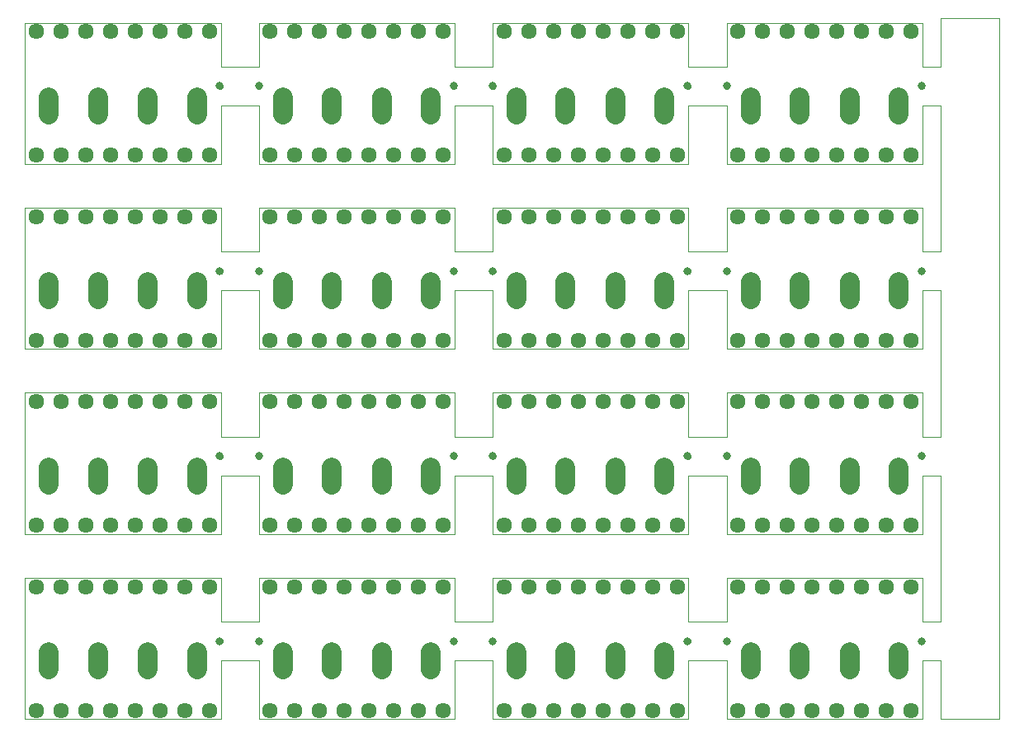
<source format=gbs>
G75*
%MOIN*%
%OFA0B0*%
%FSLAX25Y25*%
%IPPOS*%
%LPD*%
%AMOC8*
5,1,8,0,0,1.08239X$1,22.5*
%
%ADD10C,0.00394*%
%ADD11C,0.00000*%
%ADD12C,0.03162*%
%ADD13C,0.06343*%
%ADD14C,0.07850*%
D10*
X0002546Y0001585D02*
X0081680Y0001585D01*
X0081680Y0025207D01*
X0097034Y0025207D01*
X0097034Y0001585D01*
X0176168Y0001585D01*
X0176168Y0025207D01*
X0191522Y0025207D01*
X0191522Y0001585D01*
X0270656Y0001585D01*
X0270656Y0025207D01*
X0286010Y0025207D01*
X0286010Y0001585D01*
X0365144Y0001585D01*
X0365144Y0025207D01*
X0372625Y0025207D01*
X0372625Y0001585D01*
X0396247Y0001585D01*
X0396247Y0285050D01*
X0372625Y0285050D01*
X0372625Y0265365D01*
X0365144Y0265365D01*
X0365144Y0283081D01*
X0286010Y0283081D01*
X0286010Y0265365D01*
X0270656Y0265365D01*
X0270656Y0283081D01*
X0191522Y0283081D01*
X0191522Y0265365D01*
X0176168Y0265365D01*
X0176168Y0283081D01*
X0097034Y0283081D01*
X0097034Y0265365D01*
X0081680Y0265365D01*
X0081680Y0283081D01*
X0002546Y0283081D01*
X0002546Y0225995D01*
X0081680Y0225995D01*
X0081680Y0249617D01*
X0097034Y0249617D01*
X0097034Y0225995D01*
X0176168Y0225995D01*
X0176168Y0249617D01*
X0191522Y0249617D01*
X0191522Y0225995D01*
X0270656Y0225995D01*
X0270656Y0249617D01*
X0286010Y0249617D01*
X0286010Y0225995D01*
X0365144Y0225995D01*
X0365144Y0249617D01*
X0372625Y0249617D01*
X0372625Y0190562D01*
X0365144Y0190562D01*
X0365144Y0208278D01*
X0286010Y0208278D01*
X0286010Y0190562D01*
X0270656Y0190562D01*
X0270656Y0208278D01*
X0191522Y0208278D01*
X0191522Y0190562D01*
X0176168Y0190562D01*
X0176168Y0208278D01*
X0097034Y0208278D01*
X0097034Y0190562D01*
X0081680Y0190562D01*
X0081680Y0208278D01*
X0002546Y0208278D01*
X0002546Y0151192D01*
X0081680Y0151192D01*
X0081680Y0174814D01*
X0097034Y0174814D01*
X0097034Y0151192D01*
X0176168Y0151192D01*
X0176168Y0174814D01*
X0191522Y0174814D01*
X0191522Y0151192D01*
X0270656Y0151192D01*
X0270656Y0174814D01*
X0286010Y0174814D01*
X0286010Y0151192D01*
X0365144Y0151192D01*
X0365144Y0174814D01*
X0372625Y0174814D01*
X0372625Y0115759D01*
X0365144Y0115759D01*
X0365144Y0133475D01*
X0286010Y0133475D01*
X0286010Y0115759D01*
X0270656Y0115759D01*
X0270656Y0133475D01*
X0191522Y0133475D01*
X0191522Y0115759D01*
X0176168Y0115759D01*
X0176168Y0133475D01*
X0097034Y0133475D01*
X0097034Y0115759D01*
X0081680Y0115759D01*
X0081680Y0133475D01*
X0002546Y0133475D01*
X0002546Y0076389D01*
X0081680Y0076389D01*
X0081680Y0100011D01*
X0097034Y0100011D01*
X0097034Y0076389D01*
X0176168Y0076389D01*
X0176168Y0100011D01*
X0191522Y0100011D01*
X0191522Y0076389D01*
X0270656Y0076389D01*
X0270656Y0100011D01*
X0286010Y0100011D01*
X0286010Y0076389D01*
X0365144Y0076389D01*
X0365144Y0100011D01*
X0372625Y0100011D01*
X0372625Y0040956D01*
X0365144Y0040956D01*
X0365144Y0058672D01*
X0286010Y0058672D01*
X0286010Y0040956D01*
X0270656Y0040956D01*
X0270656Y0058672D01*
X0191522Y0058672D01*
X0191522Y0040956D01*
X0176168Y0040956D01*
X0176168Y0058672D01*
X0097034Y0058672D01*
X0097034Y0040956D01*
X0081680Y0040956D01*
X0081680Y0058672D01*
X0002546Y0058672D01*
X0002546Y0001585D01*
D11*
X0080105Y0033081D02*
X0080107Y0033150D01*
X0080113Y0033218D01*
X0080123Y0033286D01*
X0080137Y0033353D01*
X0080155Y0033420D01*
X0080176Y0033485D01*
X0080202Y0033549D01*
X0080231Y0033611D01*
X0080263Y0033671D01*
X0080299Y0033730D01*
X0080339Y0033786D01*
X0080381Y0033840D01*
X0080427Y0033891D01*
X0080476Y0033940D01*
X0080527Y0033986D01*
X0080581Y0034028D01*
X0080637Y0034068D01*
X0080695Y0034104D01*
X0080756Y0034136D01*
X0080818Y0034165D01*
X0080882Y0034191D01*
X0080947Y0034212D01*
X0081014Y0034230D01*
X0081081Y0034244D01*
X0081149Y0034254D01*
X0081217Y0034260D01*
X0081286Y0034262D01*
X0081355Y0034260D01*
X0081423Y0034254D01*
X0081491Y0034244D01*
X0081558Y0034230D01*
X0081625Y0034212D01*
X0081690Y0034191D01*
X0081754Y0034165D01*
X0081816Y0034136D01*
X0081876Y0034104D01*
X0081935Y0034068D01*
X0081991Y0034028D01*
X0082045Y0033986D01*
X0082096Y0033940D01*
X0082145Y0033891D01*
X0082191Y0033840D01*
X0082233Y0033786D01*
X0082273Y0033730D01*
X0082309Y0033671D01*
X0082341Y0033611D01*
X0082370Y0033549D01*
X0082396Y0033485D01*
X0082417Y0033420D01*
X0082435Y0033353D01*
X0082449Y0033286D01*
X0082459Y0033218D01*
X0082465Y0033150D01*
X0082467Y0033081D01*
X0082465Y0033012D01*
X0082459Y0032944D01*
X0082449Y0032876D01*
X0082435Y0032809D01*
X0082417Y0032742D01*
X0082396Y0032677D01*
X0082370Y0032613D01*
X0082341Y0032551D01*
X0082309Y0032490D01*
X0082273Y0032432D01*
X0082233Y0032376D01*
X0082191Y0032322D01*
X0082145Y0032271D01*
X0082096Y0032222D01*
X0082045Y0032176D01*
X0081991Y0032134D01*
X0081935Y0032094D01*
X0081877Y0032058D01*
X0081816Y0032026D01*
X0081754Y0031997D01*
X0081690Y0031971D01*
X0081625Y0031950D01*
X0081558Y0031932D01*
X0081491Y0031918D01*
X0081423Y0031908D01*
X0081355Y0031902D01*
X0081286Y0031900D01*
X0081217Y0031902D01*
X0081149Y0031908D01*
X0081081Y0031918D01*
X0081014Y0031932D01*
X0080947Y0031950D01*
X0080882Y0031971D01*
X0080818Y0031997D01*
X0080756Y0032026D01*
X0080695Y0032058D01*
X0080637Y0032094D01*
X0080581Y0032134D01*
X0080527Y0032176D01*
X0080476Y0032222D01*
X0080427Y0032271D01*
X0080381Y0032322D01*
X0080339Y0032376D01*
X0080299Y0032432D01*
X0080263Y0032490D01*
X0080231Y0032551D01*
X0080202Y0032613D01*
X0080176Y0032677D01*
X0080155Y0032742D01*
X0080137Y0032809D01*
X0080123Y0032876D01*
X0080113Y0032944D01*
X0080107Y0033012D01*
X0080105Y0033081D01*
X0095853Y0033081D02*
X0095855Y0033150D01*
X0095861Y0033218D01*
X0095871Y0033286D01*
X0095885Y0033353D01*
X0095903Y0033420D01*
X0095924Y0033485D01*
X0095950Y0033549D01*
X0095979Y0033611D01*
X0096011Y0033671D01*
X0096047Y0033730D01*
X0096087Y0033786D01*
X0096129Y0033840D01*
X0096175Y0033891D01*
X0096224Y0033940D01*
X0096275Y0033986D01*
X0096329Y0034028D01*
X0096385Y0034068D01*
X0096443Y0034104D01*
X0096504Y0034136D01*
X0096566Y0034165D01*
X0096630Y0034191D01*
X0096695Y0034212D01*
X0096762Y0034230D01*
X0096829Y0034244D01*
X0096897Y0034254D01*
X0096965Y0034260D01*
X0097034Y0034262D01*
X0097103Y0034260D01*
X0097171Y0034254D01*
X0097239Y0034244D01*
X0097306Y0034230D01*
X0097373Y0034212D01*
X0097438Y0034191D01*
X0097502Y0034165D01*
X0097564Y0034136D01*
X0097624Y0034104D01*
X0097683Y0034068D01*
X0097739Y0034028D01*
X0097793Y0033986D01*
X0097844Y0033940D01*
X0097893Y0033891D01*
X0097939Y0033840D01*
X0097981Y0033786D01*
X0098021Y0033730D01*
X0098057Y0033671D01*
X0098089Y0033611D01*
X0098118Y0033549D01*
X0098144Y0033485D01*
X0098165Y0033420D01*
X0098183Y0033353D01*
X0098197Y0033286D01*
X0098207Y0033218D01*
X0098213Y0033150D01*
X0098215Y0033081D01*
X0098213Y0033012D01*
X0098207Y0032944D01*
X0098197Y0032876D01*
X0098183Y0032809D01*
X0098165Y0032742D01*
X0098144Y0032677D01*
X0098118Y0032613D01*
X0098089Y0032551D01*
X0098057Y0032490D01*
X0098021Y0032432D01*
X0097981Y0032376D01*
X0097939Y0032322D01*
X0097893Y0032271D01*
X0097844Y0032222D01*
X0097793Y0032176D01*
X0097739Y0032134D01*
X0097683Y0032094D01*
X0097625Y0032058D01*
X0097564Y0032026D01*
X0097502Y0031997D01*
X0097438Y0031971D01*
X0097373Y0031950D01*
X0097306Y0031932D01*
X0097239Y0031918D01*
X0097171Y0031908D01*
X0097103Y0031902D01*
X0097034Y0031900D01*
X0096965Y0031902D01*
X0096897Y0031908D01*
X0096829Y0031918D01*
X0096762Y0031932D01*
X0096695Y0031950D01*
X0096630Y0031971D01*
X0096566Y0031997D01*
X0096504Y0032026D01*
X0096443Y0032058D01*
X0096385Y0032094D01*
X0096329Y0032134D01*
X0096275Y0032176D01*
X0096224Y0032222D01*
X0096175Y0032271D01*
X0096129Y0032322D01*
X0096087Y0032376D01*
X0096047Y0032432D01*
X0096011Y0032490D01*
X0095979Y0032551D01*
X0095950Y0032613D01*
X0095924Y0032677D01*
X0095903Y0032742D01*
X0095885Y0032809D01*
X0095871Y0032876D01*
X0095861Y0032944D01*
X0095855Y0033012D01*
X0095853Y0033081D01*
X0174593Y0033081D02*
X0174595Y0033150D01*
X0174601Y0033218D01*
X0174611Y0033286D01*
X0174625Y0033353D01*
X0174643Y0033420D01*
X0174664Y0033485D01*
X0174690Y0033549D01*
X0174719Y0033611D01*
X0174751Y0033671D01*
X0174787Y0033730D01*
X0174827Y0033786D01*
X0174869Y0033840D01*
X0174915Y0033891D01*
X0174964Y0033940D01*
X0175015Y0033986D01*
X0175069Y0034028D01*
X0175125Y0034068D01*
X0175183Y0034104D01*
X0175244Y0034136D01*
X0175306Y0034165D01*
X0175370Y0034191D01*
X0175435Y0034212D01*
X0175502Y0034230D01*
X0175569Y0034244D01*
X0175637Y0034254D01*
X0175705Y0034260D01*
X0175774Y0034262D01*
X0175843Y0034260D01*
X0175911Y0034254D01*
X0175979Y0034244D01*
X0176046Y0034230D01*
X0176113Y0034212D01*
X0176178Y0034191D01*
X0176242Y0034165D01*
X0176304Y0034136D01*
X0176364Y0034104D01*
X0176423Y0034068D01*
X0176479Y0034028D01*
X0176533Y0033986D01*
X0176584Y0033940D01*
X0176633Y0033891D01*
X0176679Y0033840D01*
X0176721Y0033786D01*
X0176761Y0033730D01*
X0176797Y0033671D01*
X0176829Y0033611D01*
X0176858Y0033549D01*
X0176884Y0033485D01*
X0176905Y0033420D01*
X0176923Y0033353D01*
X0176937Y0033286D01*
X0176947Y0033218D01*
X0176953Y0033150D01*
X0176955Y0033081D01*
X0176953Y0033012D01*
X0176947Y0032944D01*
X0176937Y0032876D01*
X0176923Y0032809D01*
X0176905Y0032742D01*
X0176884Y0032677D01*
X0176858Y0032613D01*
X0176829Y0032551D01*
X0176797Y0032490D01*
X0176761Y0032432D01*
X0176721Y0032376D01*
X0176679Y0032322D01*
X0176633Y0032271D01*
X0176584Y0032222D01*
X0176533Y0032176D01*
X0176479Y0032134D01*
X0176423Y0032094D01*
X0176365Y0032058D01*
X0176304Y0032026D01*
X0176242Y0031997D01*
X0176178Y0031971D01*
X0176113Y0031950D01*
X0176046Y0031932D01*
X0175979Y0031918D01*
X0175911Y0031908D01*
X0175843Y0031902D01*
X0175774Y0031900D01*
X0175705Y0031902D01*
X0175637Y0031908D01*
X0175569Y0031918D01*
X0175502Y0031932D01*
X0175435Y0031950D01*
X0175370Y0031971D01*
X0175306Y0031997D01*
X0175244Y0032026D01*
X0175183Y0032058D01*
X0175125Y0032094D01*
X0175069Y0032134D01*
X0175015Y0032176D01*
X0174964Y0032222D01*
X0174915Y0032271D01*
X0174869Y0032322D01*
X0174827Y0032376D01*
X0174787Y0032432D01*
X0174751Y0032490D01*
X0174719Y0032551D01*
X0174690Y0032613D01*
X0174664Y0032677D01*
X0174643Y0032742D01*
X0174625Y0032809D01*
X0174611Y0032876D01*
X0174601Y0032944D01*
X0174595Y0033012D01*
X0174593Y0033081D01*
X0190341Y0033081D02*
X0190343Y0033150D01*
X0190349Y0033218D01*
X0190359Y0033286D01*
X0190373Y0033353D01*
X0190391Y0033420D01*
X0190412Y0033485D01*
X0190438Y0033549D01*
X0190467Y0033611D01*
X0190499Y0033671D01*
X0190535Y0033730D01*
X0190575Y0033786D01*
X0190617Y0033840D01*
X0190663Y0033891D01*
X0190712Y0033940D01*
X0190763Y0033986D01*
X0190817Y0034028D01*
X0190873Y0034068D01*
X0190931Y0034104D01*
X0190992Y0034136D01*
X0191054Y0034165D01*
X0191118Y0034191D01*
X0191183Y0034212D01*
X0191250Y0034230D01*
X0191317Y0034244D01*
X0191385Y0034254D01*
X0191453Y0034260D01*
X0191522Y0034262D01*
X0191591Y0034260D01*
X0191659Y0034254D01*
X0191727Y0034244D01*
X0191794Y0034230D01*
X0191861Y0034212D01*
X0191926Y0034191D01*
X0191990Y0034165D01*
X0192052Y0034136D01*
X0192112Y0034104D01*
X0192171Y0034068D01*
X0192227Y0034028D01*
X0192281Y0033986D01*
X0192332Y0033940D01*
X0192381Y0033891D01*
X0192427Y0033840D01*
X0192469Y0033786D01*
X0192509Y0033730D01*
X0192545Y0033671D01*
X0192577Y0033611D01*
X0192606Y0033549D01*
X0192632Y0033485D01*
X0192653Y0033420D01*
X0192671Y0033353D01*
X0192685Y0033286D01*
X0192695Y0033218D01*
X0192701Y0033150D01*
X0192703Y0033081D01*
X0192701Y0033012D01*
X0192695Y0032944D01*
X0192685Y0032876D01*
X0192671Y0032809D01*
X0192653Y0032742D01*
X0192632Y0032677D01*
X0192606Y0032613D01*
X0192577Y0032551D01*
X0192545Y0032490D01*
X0192509Y0032432D01*
X0192469Y0032376D01*
X0192427Y0032322D01*
X0192381Y0032271D01*
X0192332Y0032222D01*
X0192281Y0032176D01*
X0192227Y0032134D01*
X0192171Y0032094D01*
X0192113Y0032058D01*
X0192052Y0032026D01*
X0191990Y0031997D01*
X0191926Y0031971D01*
X0191861Y0031950D01*
X0191794Y0031932D01*
X0191727Y0031918D01*
X0191659Y0031908D01*
X0191591Y0031902D01*
X0191522Y0031900D01*
X0191453Y0031902D01*
X0191385Y0031908D01*
X0191317Y0031918D01*
X0191250Y0031932D01*
X0191183Y0031950D01*
X0191118Y0031971D01*
X0191054Y0031997D01*
X0190992Y0032026D01*
X0190931Y0032058D01*
X0190873Y0032094D01*
X0190817Y0032134D01*
X0190763Y0032176D01*
X0190712Y0032222D01*
X0190663Y0032271D01*
X0190617Y0032322D01*
X0190575Y0032376D01*
X0190535Y0032432D01*
X0190499Y0032490D01*
X0190467Y0032551D01*
X0190438Y0032613D01*
X0190412Y0032677D01*
X0190391Y0032742D01*
X0190373Y0032809D01*
X0190359Y0032876D01*
X0190349Y0032944D01*
X0190343Y0033012D01*
X0190341Y0033081D01*
X0269081Y0033081D02*
X0269083Y0033150D01*
X0269089Y0033218D01*
X0269099Y0033286D01*
X0269113Y0033353D01*
X0269131Y0033420D01*
X0269152Y0033485D01*
X0269178Y0033549D01*
X0269207Y0033611D01*
X0269239Y0033671D01*
X0269275Y0033730D01*
X0269315Y0033786D01*
X0269357Y0033840D01*
X0269403Y0033891D01*
X0269452Y0033940D01*
X0269503Y0033986D01*
X0269557Y0034028D01*
X0269613Y0034068D01*
X0269671Y0034104D01*
X0269732Y0034136D01*
X0269794Y0034165D01*
X0269858Y0034191D01*
X0269923Y0034212D01*
X0269990Y0034230D01*
X0270057Y0034244D01*
X0270125Y0034254D01*
X0270193Y0034260D01*
X0270262Y0034262D01*
X0270331Y0034260D01*
X0270399Y0034254D01*
X0270467Y0034244D01*
X0270534Y0034230D01*
X0270601Y0034212D01*
X0270666Y0034191D01*
X0270730Y0034165D01*
X0270792Y0034136D01*
X0270852Y0034104D01*
X0270911Y0034068D01*
X0270967Y0034028D01*
X0271021Y0033986D01*
X0271072Y0033940D01*
X0271121Y0033891D01*
X0271167Y0033840D01*
X0271209Y0033786D01*
X0271249Y0033730D01*
X0271285Y0033671D01*
X0271317Y0033611D01*
X0271346Y0033549D01*
X0271372Y0033485D01*
X0271393Y0033420D01*
X0271411Y0033353D01*
X0271425Y0033286D01*
X0271435Y0033218D01*
X0271441Y0033150D01*
X0271443Y0033081D01*
X0271441Y0033012D01*
X0271435Y0032944D01*
X0271425Y0032876D01*
X0271411Y0032809D01*
X0271393Y0032742D01*
X0271372Y0032677D01*
X0271346Y0032613D01*
X0271317Y0032551D01*
X0271285Y0032490D01*
X0271249Y0032432D01*
X0271209Y0032376D01*
X0271167Y0032322D01*
X0271121Y0032271D01*
X0271072Y0032222D01*
X0271021Y0032176D01*
X0270967Y0032134D01*
X0270911Y0032094D01*
X0270853Y0032058D01*
X0270792Y0032026D01*
X0270730Y0031997D01*
X0270666Y0031971D01*
X0270601Y0031950D01*
X0270534Y0031932D01*
X0270467Y0031918D01*
X0270399Y0031908D01*
X0270331Y0031902D01*
X0270262Y0031900D01*
X0270193Y0031902D01*
X0270125Y0031908D01*
X0270057Y0031918D01*
X0269990Y0031932D01*
X0269923Y0031950D01*
X0269858Y0031971D01*
X0269794Y0031997D01*
X0269732Y0032026D01*
X0269671Y0032058D01*
X0269613Y0032094D01*
X0269557Y0032134D01*
X0269503Y0032176D01*
X0269452Y0032222D01*
X0269403Y0032271D01*
X0269357Y0032322D01*
X0269315Y0032376D01*
X0269275Y0032432D01*
X0269239Y0032490D01*
X0269207Y0032551D01*
X0269178Y0032613D01*
X0269152Y0032677D01*
X0269131Y0032742D01*
X0269113Y0032809D01*
X0269099Y0032876D01*
X0269089Y0032944D01*
X0269083Y0033012D01*
X0269081Y0033081D01*
X0284829Y0033081D02*
X0284831Y0033150D01*
X0284837Y0033218D01*
X0284847Y0033286D01*
X0284861Y0033353D01*
X0284879Y0033420D01*
X0284900Y0033485D01*
X0284926Y0033549D01*
X0284955Y0033611D01*
X0284987Y0033671D01*
X0285023Y0033730D01*
X0285063Y0033786D01*
X0285105Y0033840D01*
X0285151Y0033891D01*
X0285200Y0033940D01*
X0285251Y0033986D01*
X0285305Y0034028D01*
X0285361Y0034068D01*
X0285419Y0034104D01*
X0285480Y0034136D01*
X0285542Y0034165D01*
X0285606Y0034191D01*
X0285671Y0034212D01*
X0285738Y0034230D01*
X0285805Y0034244D01*
X0285873Y0034254D01*
X0285941Y0034260D01*
X0286010Y0034262D01*
X0286079Y0034260D01*
X0286147Y0034254D01*
X0286215Y0034244D01*
X0286282Y0034230D01*
X0286349Y0034212D01*
X0286414Y0034191D01*
X0286478Y0034165D01*
X0286540Y0034136D01*
X0286600Y0034104D01*
X0286659Y0034068D01*
X0286715Y0034028D01*
X0286769Y0033986D01*
X0286820Y0033940D01*
X0286869Y0033891D01*
X0286915Y0033840D01*
X0286957Y0033786D01*
X0286997Y0033730D01*
X0287033Y0033671D01*
X0287065Y0033611D01*
X0287094Y0033549D01*
X0287120Y0033485D01*
X0287141Y0033420D01*
X0287159Y0033353D01*
X0287173Y0033286D01*
X0287183Y0033218D01*
X0287189Y0033150D01*
X0287191Y0033081D01*
X0287189Y0033012D01*
X0287183Y0032944D01*
X0287173Y0032876D01*
X0287159Y0032809D01*
X0287141Y0032742D01*
X0287120Y0032677D01*
X0287094Y0032613D01*
X0287065Y0032551D01*
X0287033Y0032490D01*
X0286997Y0032432D01*
X0286957Y0032376D01*
X0286915Y0032322D01*
X0286869Y0032271D01*
X0286820Y0032222D01*
X0286769Y0032176D01*
X0286715Y0032134D01*
X0286659Y0032094D01*
X0286601Y0032058D01*
X0286540Y0032026D01*
X0286478Y0031997D01*
X0286414Y0031971D01*
X0286349Y0031950D01*
X0286282Y0031932D01*
X0286215Y0031918D01*
X0286147Y0031908D01*
X0286079Y0031902D01*
X0286010Y0031900D01*
X0285941Y0031902D01*
X0285873Y0031908D01*
X0285805Y0031918D01*
X0285738Y0031932D01*
X0285671Y0031950D01*
X0285606Y0031971D01*
X0285542Y0031997D01*
X0285480Y0032026D01*
X0285419Y0032058D01*
X0285361Y0032094D01*
X0285305Y0032134D01*
X0285251Y0032176D01*
X0285200Y0032222D01*
X0285151Y0032271D01*
X0285105Y0032322D01*
X0285063Y0032376D01*
X0285023Y0032432D01*
X0284987Y0032490D01*
X0284955Y0032551D01*
X0284926Y0032613D01*
X0284900Y0032677D01*
X0284879Y0032742D01*
X0284861Y0032809D01*
X0284847Y0032876D01*
X0284837Y0032944D01*
X0284831Y0033012D01*
X0284829Y0033081D01*
X0363570Y0033081D02*
X0363572Y0033150D01*
X0363578Y0033218D01*
X0363588Y0033286D01*
X0363602Y0033353D01*
X0363620Y0033420D01*
X0363641Y0033485D01*
X0363667Y0033549D01*
X0363696Y0033611D01*
X0363728Y0033671D01*
X0363764Y0033730D01*
X0363804Y0033786D01*
X0363846Y0033840D01*
X0363892Y0033891D01*
X0363941Y0033940D01*
X0363992Y0033986D01*
X0364046Y0034028D01*
X0364102Y0034068D01*
X0364160Y0034104D01*
X0364221Y0034136D01*
X0364283Y0034165D01*
X0364347Y0034191D01*
X0364412Y0034212D01*
X0364479Y0034230D01*
X0364546Y0034244D01*
X0364614Y0034254D01*
X0364682Y0034260D01*
X0364751Y0034262D01*
X0364820Y0034260D01*
X0364888Y0034254D01*
X0364956Y0034244D01*
X0365023Y0034230D01*
X0365090Y0034212D01*
X0365155Y0034191D01*
X0365219Y0034165D01*
X0365281Y0034136D01*
X0365341Y0034104D01*
X0365400Y0034068D01*
X0365456Y0034028D01*
X0365510Y0033986D01*
X0365561Y0033940D01*
X0365610Y0033891D01*
X0365656Y0033840D01*
X0365698Y0033786D01*
X0365738Y0033730D01*
X0365774Y0033671D01*
X0365806Y0033611D01*
X0365835Y0033549D01*
X0365861Y0033485D01*
X0365882Y0033420D01*
X0365900Y0033353D01*
X0365914Y0033286D01*
X0365924Y0033218D01*
X0365930Y0033150D01*
X0365932Y0033081D01*
X0365930Y0033012D01*
X0365924Y0032944D01*
X0365914Y0032876D01*
X0365900Y0032809D01*
X0365882Y0032742D01*
X0365861Y0032677D01*
X0365835Y0032613D01*
X0365806Y0032551D01*
X0365774Y0032490D01*
X0365738Y0032432D01*
X0365698Y0032376D01*
X0365656Y0032322D01*
X0365610Y0032271D01*
X0365561Y0032222D01*
X0365510Y0032176D01*
X0365456Y0032134D01*
X0365400Y0032094D01*
X0365342Y0032058D01*
X0365281Y0032026D01*
X0365219Y0031997D01*
X0365155Y0031971D01*
X0365090Y0031950D01*
X0365023Y0031932D01*
X0364956Y0031918D01*
X0364888Y0031908D01*
X0364820Y0031902D01*
X0364751Y0031900D01*
X0364682Y0031902D01*
X0364614Y0031908D01*
X0364546Y0031918D01*
X0364479Y0031932D01*
X0364412Y0031950D01*
X0364347Y0031971D01*
X0364283Y0031997D01*
X0364221Y0032026D01*
X0364160Y0032058D01*
X0364102Y0032094D01*
X0364046Y0032134D01*
X0363992Y0032176D01*
X0363941Y0032222D01*
X0363892Y0032271D01*
X0363846Y0032322D01*
X0363804Y0032376D01*
X0363764Y0032432D01*
X0363728Y0032490D01*
X0363696Y0032551D01*
X0363667Y0032613D01*
X0363641Y0032677D01*
X0363620Y0032742D01*
X0363602Y0032809D01*
X0363588Y0032876D01*
X0363578Y0032944D01*
X0363572Y0033012D01*
X0363570Y0033081D01*
X0363570Y0107885D02*
X0363572Y0107954D01*
X0363578Y0108022D01*
X0363588Y0108090D01*
X0363602Y0108157D01*
X0363620Y0108224D01*
X0363641Y0108289D01*
X0363667Y0108353D01*
X0363696Y0108415D01*
X0363728Y0108475D01*
X0363764Y0108534D01*
X0363804Y0108590D01*
X0363846Y0108644D01*
X0363892Y0108695D01*
X0363941Y0108744D01*
X0363992Y0108790D01*
X0364046Y0108832D01*
X0364102Y0108872D01*
X0364160Y0108908D01*
X0364221Y0108940D01*
X0364283Y0108969D01*
X0364347Y0108995D01*
X0364412Y0109016D01*
X0364479Y0109034D01*
X0364546Y0109048D01*
X0364614Y0109058D01*
X0364682Y0109064D01*
X0364751Y0109066D01*
X0364820Y0109064D01*
X0364888Y0109058D01*
X0364956Y0109048D01*
X0365023Y0109034D01*
X0365090Y0109016D01*
X0365155Y0108995D01*
X0365219Y0108969D01*
X0365281Y0108940D01*
X0365341Y0108908D01*
X0365400Y0108872D01*
X0365456Y0108832D01*
X0365510Y0108790D01*
X0365561Y0108744D01*
X0365610Y0108695D01*
X0365656Y0108644D01*
X0365698Y0108590D01*
X0365738Y0108534D01*
X0365774Y0108475D01*
X0365806Y0108415D01*
X0365835Y0108353D01*
X0365861Y0108289D01*
X0365882Y0108224D01*
X0365900Y0108157D01*
X0365914Y0108090D01*
X0365924Y0108022D01*
X0365930Y0107954D01*
X0365932Y0107885D01*
X0365930Y0107816D01*
X0365924Y0107748D01*
X0365914Y0107680D01*
X0365900Y0107613D01*
X0365882Y0107546D01*
X0365861Y0107481D01*
X0365835Y0107417D01*
X0365806Y0107355D01*
X0365774Y0107294D01*
X0365738Y0107236D01*
X0365698Y0107180D01*
X0365656Y0107126D01*
X0365610Y0107075D01*
X0365561Y0107026D01*
X0365510Y0106980D01*
X0365456Y0106938D01*
X0365400Y0106898D01*
X0365342Y0106862D01*
X0365281Y0106830D01*
X0365219Y0106801D01*
X0365155Y0106775D01*
X0365090Y0106754D01*
X0365023Y0106736D01*
X0364956Y0106722D01*
X0364888Y0106712D01*
X0364820Y0106706D01*
X0364751Y0106704D01*
X0364682Y0106706D01*
X0364614Y0106712D01*
X0364546Y0106722D01*
X0364479Y0106736D01*
X0364412Y0106754D01*
X0364347Y0106775D01*
X0364283Y0106801D01*
X0364221Y0106830D01*
X0364160Y0106862D01*
X0364102Y0106898D01*
X0364046Y0106938D01*
X0363992Y0106980D01*
X0363941Y0107026D01*
X0363892Y0107075D01*
X0363846Y0107126D01*
X0363804Y0107180D01*
X0363764Y0107236D01*
X0363728Y0107294D01*
X0363696Y0107355D01*
X0363667Y0107417D01*
X0363641Y0107481D01*
X0363620Y0107546D01*
X0363602Y0107613D01*
X0363588Y0107680D01*
X0363578Y0107748D01*
X0363572Y0107816D01*
X0363570Y0107885D01*
X0284829Y0107885D02*
X0284831Y0107954D01*
X0284837Y0108022D01*
X0284847Y0108090D01*
X0284861Y0108157D01*
X0284879Y0108224D01*
X0284900Y0108289D01*
X0284926Y0108353D01*
X0284955Y0108415D01*
X0284987Y0108475D01*
X0285023Y0108534D01*
X0285063Y0108590D01*
X0285105Y0108644D01*
X0285151Y0108695D01*
X0285200Y0108744D01*
X0285251Y0108790D01*
X0285305Y0108832D01*
X0285361Y0108872D01*
X0285419Y0108908D01*
X0285480Y0108940D01*
X0285542Y0108969D01*
X0285606Y0108995D01*
X0285671Y0109016D01*
X0285738Y0109034D01*
X0285805Y0109048D01*
X0285873Y0109058D01*
X0285941Y0109064D01*
X0286010Y0109066D01*
X0286079Y0109064D01*
X0286147Y0109058D01*
X0286215Y0109048D01*
X0286282Y0109034D01*
X0286349Y0109016D01*
X0286414Y0108995D01*
X0286478Y0108969D01*
X0286540Y0108940D01*
X0286600Y0108908D01*
X0286659Y0108872D01*
X0286715Y0108832D01*
X0286769Y0108790D01*
X0286820Y0108744D01*
X0286869Y0108695D01*
X0286915Y0108644D01*
X0286957Y0108590D01*
X0286997Y0108534D01*
X0287033Y0108475D01*
X0287065Y0108415D01*
X0287094Y0108353D01*
X0287120Y0108289D01*
X0287141Y0108224D01*
X0287159Y0108157D01*
X0287173Y0108090D01*
X0287183Y0108022D01*
X0287189Y0107954D01*
X0287191Y0107885D01*
X0287189Y0107816D01*
X0287183Y0107748D01*
X0287173Y0107680D01*
X0287159Y0107613D01*
X0287141Y0107546D01*
X0287120Y0107481D01*
X0287094Y0107417D01*
X0287065Y0107355D01*
X0287033Y0107294D01*
X0286997Y0107236D01*
X0286957Y0107180D01*
X0286915Y0107126D01*
X0286869Y0107075D01*
X0286820Y0107026D01*
X0286769Y0106980D01*
X0286715Y0106938D01*
X0286659Y0106898D01*
X0286601Y0106862D01*
X0286540Y0106830D01*
X0286478Y0106801D01*
X0286414Y0106775D01*
X0286349Y0106754D01*
X0286282Y0106736D01*
X0286215Y0106722D01*
X0286147Y0106712D01*
X0286079Y0106706D01*
X0286010Y0106704D01*
X0285941Y0106706D01*
X0285873Y0106712D01*
X0285805Y0106722D01*
X0285738Y0106736D01*
X0285671Y0106754D01*
X0285606Y0106775D01*
X0285542Y0106801D01*
X0285480Y0106830D01*
X0285419Y0106862D01*
X0285361Y0106898D01*
X0285305Y0106938D01*
X0285251Y0106980D01*
X0285200Y0107026D01*
X0285151Y0107075D01*
X0285105Y0107126D01*
X0285063Y0107180D01*
X0285023Y0107236D01*
X0284987Y0107294D01*
X0284955Y0107355D01*
X0284926Y0107417D01*
X0284900Y0107481D01*
X0284879Y0107546D01*
X0284861Y0107613D01*
X0284847Y0107680D01*
X0284837Y0107748D01*
X0284831Y0107816D01*
X0284829Y0107885D01*
X0269081Y0107885D02*
X0269083Y0107954D01*
X0269089Y0108022D01*
X0269099Y0108090D01*
X0269113Y0108157D01*
X0269131Y0108224D01*
X0269152Y0108289D01*
X0269178Y0108353D01*
X0269207Y0108415D01*
X0269239Y0108475D01*
X0269275Y0108534D01*
X0269315Y0108590D01*
X0269357Y0108644D01*
X0269403Y0108695D01*
X0269452Y0108744D01*
X0269503Y0108790D01*
X0269557Y0108832D01*
X0269613Y0108872D01*
X0269671Y0108908D01*
X0269732Y0108940D01*
X0269794Y0108969D01*
X0269858Y0108995D01*
X0269923Y0109016D01*
X0269990Y0109034D01*
X0270057Y0109048D01*
X0270125Y0109058D01*
X0270193Y0109064D01*
X0270262Y0109066D01*
X0270331Y0109064D01*
X0270399Y0109058D01*
X0270467Y0109048D01*
X0270534Y0109034D01*
X0270601Y0109016D01*
X0270666Y0108995D01*
X0270730Y0108969D01*
X0270792Y0108940D01*
X0270852Y0108908D01*
X0270911Y0108872D01*
X0270967Y0108832D01*
X0271021Y0108790D01*
X0271072Y0108744D01*
X0271121Y0108695D01*
X0271167Y0108644D01*
X0271209Y0108590D01*
X0271249Y0108534D01*
X0271285Y0108475D01*
X0271317Y0108415D01*
X0271346Y0108353D01*
X0271372Y0108289D01*
X0271393Y0108224D01*
X0271411Y0108157D01*
X0271425Y0108090D01*
X0271435Y0108022D01*
X0271441Y0107954D01*
X0271443Y0107885D01*
X0271441Y0107816D01*
X0271435Y0107748D01*
X0271425Y0107680D01*
X0271411Y0107613D01*
X0271393Y0107546D01*
X0271372Y0107481D01*
X0271346Y0107417D01*
X0271317Y0107355D01*
X0271285Y0107294D01*
X0271249Y0107236D01*
X0271209Y0107180D01*
X0271167Y0107126D01*
X0271121Y0107075D01*
X0271072Y0107026D01*
X0271021Y0106980D01*
X0270967Y0106938D01*
X0270911Y0106898D01*
X0270853Y0106862D01*
X0270792Y0106830D01*
X0270730Y0106801D01*
X0270666Y0106775D01*
X0270601Y0106754D01*
X0270534Y0106736D01*
X0270467Y0106722D01*
X0270399Y0106712D01*
X0270331Y0106706D01*
X0270262Y0106704D01*
X0270193Y0106706D01*
X0270125Y0106712D01*
X0270057Y0106722D01*
X0269990Y0106736D01*
X0269923Y0106754D01*
X0269858Y0106775D01*
X0269794Y0106801D01*
X0269732Y0106830D01*
X0269671Y0106862D01*
X0269613Y0106898D01*
X0269557Y0106938D01*
X0269503Y0106980D01*
X0269452Y0107026D01*
X0269403Y0107075D01*
X0269357Y0107126D01*
X0269315Y0107180D01*
X0269275Y0107236D01*
X0269239Y0107294D01*
X0269207Y0107355D01*
X0269178Y0107417D01*
X0269152Y0107481D01*
X0269131Y0107546D01*
X0269113Y0107613D01*
X0269099Y0107680D01*
X0269089Y0107748D01*
X0269083Y0107816D01*
X0269081Y0107885D01*
X0190341Y0107885D02*
X0190343Y0107954D01*
X0190349Y0108022D01*
X0190359Y0108090D01*
X0190373Y0108157D01*
X0190391Y0108224D01*
X0190412Y0108289D01*
X0190438Y0108353D01*
X0190467Y0108415D01*
X0190499Y0108475D01*
X0190535Y0108534D01*
X0190575Y0108590D01*
X0190617Y0108644D01*
X0190663Y0108695D01*
X0190712Y0108744D01*
X0190763Y0108790D01*
X0190817Y0108832D01*
X0190873Y0108872D01*
X0190931Y0108908D01*
X0190992Y0108940D01*
X0191054Y0108969D01*
X0191118Y0108995D01*
X0191183Y0109016D01*
X0191250Y0109034D01*
X0191317Y0109048D01*
X0191385Y0109058D01*
X0191453Y0109064D01*
X0191522Y0109066D01*
X0191591Y0109064D01*
X0191659Y0109058D01*
X0191727Y0109048D01*
X0191794Y0109034D01*
X0191861Y0109016D01*
X0191926Y0108995D01*
X0191990Y0108969D01*
X0192052Y0108940D01*
X0192112Y0108908D01*
X0192171Y0108872D01*
X0192227Y0108832D01*
X0192281Y0108790D01*
X0192332Y0108744D01*
X0192381Y0108695D01*
X0192427Y0108644D01*
X0192469Y0108590D01*
X0192509Y0108534D01*
X0192545Y0108475D01*
X0192577Y0108415D01*
X0192606Y0108353D01*
X0192632Y0108289D01*
X0192653Y0108224D01*
X0192671Y0108157D01*
X0192685Y0108090D01*
X0192695Y0108022D01*
X0192701Y0107954D01*
X0192703Y0107885D01*
X0192701Y0107816D01*
X0192695Y0107748D01*
X0192685Y0107680D01*
X0192671Y0107613D01*
X0192653Y0107546D01*
X0192632Y0107481D01*
X0192606Y0107417D01*
X0192577Y0107355D01*
X0192545Y0107294D01*
X0192509Y0107236D01*
X0192469Y0107180D01*
X0192427Y0107126D01*
X0192381Y0107075D01*
X0192332Y0107026D01*
X0192281Y0106980D01*
X0192227Y0106938D01*
X0192171Y0106898D01*
X0192113Y0106862D01*
X0192052Y0106830D01*
X0191990Y0106801D01*
X0191926Y0106775D01*
X0191861Y0106754D01*
X0191794Y0106736D01*
X0191727Y0106722D01*
X0191659Y0106712D01*
X0191591Y0106706D01*
X0191522Y0106704D01*
X0191453Y0106706D01*
X0191385Y0106712D01*
X0191317Y0106722D01*
X0191250Y0106736D01*
X0191183Y0106754D01*
X0191118Y0106775D01*
X0191054Y0106801D01*
X0190992Y0106830D01*
X0190931Y0106862D01*
X0190873Y0106898D01*
X0190817Y0106938D01*
X0190763Y0106980D01*
X0190712Y0107026D01*
X0190663Y0107075D01*
X0190617Y0107126D01*
X0190575Y0107180D01*
X0190535Y0107236D01*
X0190499Y0107294D01*
X0190467Y0107355D01*
X0190438Y0107417D01*
X0190412Y0107481D01*
X0190391Y0107546D01*
X0190373Y0107613D01*
X0190359Y0107680D01*
X0190349Y0107748D01*
X0190343Y0107816D01*
X0190341Y0107885D01*
X0174593Y0107885D02*
X0174595Y0107954D01*
X0174601Y0108022D01*
X0174611Y0108090D01*
X0174625Y0108157D01*
X0174643Y0108224D01*
X0174664Y0108289D01*
X0174690Y0108353D01*
X0174719Y0108415D01*
X0174751Y0108475D01*
X0174787Y0108534D01*
X0174827Y0108590D01*
X0174869Y0108644D01*
X0174915Y0108695D01*
X0174964Y0108744D01*
X0175015Y0108790D01*
X0175069Y0108832D01*
X0175125Y0108872D01*
X0175183Y0108908D01*
X0175244Y0108940D01*
X0175306Y0108969D01*
X0175370Y0108995D01*
X0175435Y0109016D01*
X0175502Y0109034D01*
X0175569Y0109048D01*
X0175637Y0109058D01*
X0175705Y0109064D01*
X0175774Y0109066D01*
X0175843Y0109064D01*
X0175911Y0109058D01*
X0175979Y0109048D01*
X0176046Y0109034D01*
X0176113Y0109016D01*
X0176178Y0108995D01*
X0176242Y0108969D01*
X0176304Y0108940D01*
X0176364Y0108908D01*
X0176423Y0108872D01*
X0176479Y0108832D01*
X0176533Y0108790D01*
X0176584Y0108744D01*
X0176633Y0108695D01*
X0176679Y0108644D01*
X0176721Y0108590D01*
X0176761Y0108534D01*
X0176797Y0108475D01*
X0176829Y0108415D01*
X0176858Y0108353D01*
X0176884Y0108289D01*
X0176905Y0108224D01*
X0176923Y0108157D01*
X0176937Y0108090D01*
X0176947Y0108022D01*
X0176953Y0107954D01*
X0176955Y0107885D01*
X0176953Y0107816D01*
X0176947Y0107748D01*
X0176937Y0107680D01*
X0176923Y0107613D01*
X0176905Y0107546D01*
X0176884Y0107481D01*
X0176858Y0107417D01*
X0176829Y0107355D01*
X0176797Y0107294D01*
X0176761Y0107236D01*
X0176721Y0107180D01*
X0176679Y0107126D01*
X0176633Y0107075D01*
X0176584Y0107026D01*
X0176533Y0106980D01*
X0176479Y0106938D01*
X0176423Y0106898D01*
X0176365Y0106862D01*
X0176304Y0106830D01*
X0176242Y0106801D01*
X0176178Y0106775D01*
X0176113Y0106754D01*
X0176046Y0106736D01*
X0175979Y0106722D01*
X0175911Y0106712D01*
X0175843Y0106706D01*
X0175774Y0106704D01*
X0175705Y0106706D01*
X0175637Y0106712D01*
X0175569Y0106722D01*
X0175502Y0106736D01*
X0175435Y0106754D01*
X0175370Y0106775D01*
X0175306Y0106801D01*
X0175244Y0106830D01*
X0175183Y0106862D01*
X0175125Y0106898D01*
X0175069Y0106938D01*
X0175015Y0106980D01*
X0174964Y0107026D01*
X0174915Y0107075D01*
X0174869Y0107126D01*
X0174827Y0107180D01*
X0174787Y0107236D01*
X0174751Y0107294D01*
X0174719Y0107355D01*
X0174690Y0107417D01*
X0174664Y0107481D01*
X0174643Y0107546D01*
X0174625Y0107613D01*
X0174611Y0107680D01*
X0174601Y0107748D01*
X0174595Y0107816D01*
X0174593Y0107885D01*
X0095853Y0107885D02*
X0095855Y0107954D01*
X0095861Y0108022D01*
X0095871Y0108090D01*
X0095885Y0108157D01*
X0095903Y0108224D01*
X0095924Y0108289D01*
X0095950Y0108353D01*
X0095979Y0108415D01*
X0096011Y0108475D01*
X0096047Y0108534D01*
X0096087Y0108590D01*
X0096129Y0108644D01*
X0096175Y0108695D01*
X0096224Y0108744D01*
X0096275Y0108790D01*
X0096329Y0108832D01*
X0096385Y0108872D01*
X0096443Y0108908D01*
X0096504Y0108940D01*
X0096566Y0108969D01*
X0096630Y0108995D01*
X0096695Y0109016D01*
X0096762Y0109034D01*
X0096829Y0109048D01*
X0096897Y0109058D01*
X0096965Y0109064D01*
X0097034Y0109066D01*
X0097103Y0109064D01*
X0097171Y0109058D01*
X0097239Y0109048D01*
X0097306Y0109034D01*
X0097373Y0109016D01*
X0097438Y0108995D01*
X0097502Y0108969D01*
X0097564Y0108940D01*
X0097624Y0108908D01*
X0097683Y0108872D01*
X0097739Y0108832D01*
X0097793Y0108790D01*
X0097844Y0108744D01*
X0097893Y0108695D01*
X0097939Y0108644D01*
X0097981Y0108590D01*
X0098021Y0108534D01*
X0098057Y0108475D01*
X0098089Y0108415D01*
X0098118Y0108353D01*
X0098144Y0108289D01*
X0098165Y0108224D01*
X0098183Y0108157D01*
X0098197Y0108090D01*
X0098207Y0108022D01*
X0098213Y0107954D01*
X0098215Y0107885D01*
X0098213Y0107816D01*
X0098207Y0107748D01*
X0098197Y0107680D01*
X0098183Y0107613D01*
X0098165Y0107546D01*
X0098144Y0107481D01*
X0098118Y0107417D01*
X0098089Y0107355D01*
X0098057Y0107294D01*
X0098021Y0107236D01*
X0097981Y0107180D01*
X0097939Y0107126D01*
X0097893Y0107075D01*
X0097844Y0107026D01*
X0097793Y0106980D01*
X0097739Y0106938D01*
X0097683Y0106898D01*
X0097625Y0106862D01*
X0097564Y0106830D01*
X0097502Y0106801D01*
X0097438Y0106775D01*
X0097373Y0106754D01*
X0097306Y0106736D01*
X0097239Y0106722D01*
X0097171Y0106712D01*
X0097103Y0106706D01*
X0097034Y0106704D01*
X0096965Y0106706D01*
X0096897Y0106712D01*
X0096829Y0106722D01*
X0096762Y0106736D01*
X0096695Y0106754D01*
X0096630Y0106775D01*
X0096566Y0106801D01*
X0096504Y0106830D01*
X0096443Y0106862D01*
X0096385Y0106898D01*
X0096329Y0106938D01*
X0096275Y0106980D01*
X0096224Y0107026D01*
X0096175Y0107075D01*
X0096129Y0107126D01*
X0096087Y0107180D01*
X0096047Y0107236D01*
X0096011Y0107294D01*
X0095979Y0107355D01*
X0095950Y0107417D01*
X0095924Y0107481D01*
X0095903Y0107546D01*
X0095885Y0107613D01*
X0095871Y0107680D01*
X0095861Y0107748D01*
X0095855Y0107816D01*
X0095853Y0107885D01*
X0080105Y0107885D02*
X0080107Y0107954D01*
X0080113Y0108022D01*
X0080123Y0108090D01*
X0080137Y0108157D01*
X0080155Y0108224D01*
X0080176Y0108289D01*
X0080202Y0108353D01*
X0080231Y0108415D01*
X0080263Y0108475D01*
X0080299Y0108534D01*
X0080339Y0108590D01*
X0080381Y0108644D01*
X0080427Y0108695D01*
X0080476Y0108744D01*
X0080527Y0108790D01*
X0080581Y0108832D01*
X0080637Y0108872D01*
X0080695Y0108908D01*
X0080756Y0108940D01*
X0080818Y0108969D01*
X0080882Y0108995D01*
X0080947Y0109016D01*
X0081014Y0109034D01*
X0081081Y0109048D01*
X0081149Y0109058D01*
X0081217Y0109064D01*
X0081286Y0109066D01*
X0081355Y0109064D01*
X0081423Y0109058D01*
X0081491Y0109048D01*
X0081558Y0109034D01*
X0081625Y0109016D01*
X0081690Y0108995D01*
X0081754Y0108969D01*
X0081816Y0108940D01*
X0081876Y0108908D01*
X0081935Y0108872D01*
X0081991Y0108832D01*
X0082045Y0108790D01*
X0082096Y0108744D01*
X0082145Y0108695D01*
X0082191Y0108644D01*
X0082233Y0108590D01*
X0082273Y0108534D01*
X0082309Y0108475D01*
X0082341Y0108415D01*
X0082370Y0108353D01*
X0082396Y0108289D01*
X0082417Y0108224D01*
X0082435Y0108157D01*
X0082449Y0108090D01*
X0082459Y0108022D01*
X0082465Y0107954D01*
X0082467Y0107885D01*
X0082465Y0107816D01*
X0082459Y0107748D01*
X0082449Y0107680D01*
X0082435Y0107613D01*
X0082417Y0107546D01*
X0082396Y0107481D01*
X0082370Y0107417D01*
X0082341Y0107355D01*
X0082309Y0107294D01*
X0082273Y0107236D01*
X0082233Y0107180D01*
X0082191Y0107126D01*
X0082145Y0107075D01*
X0082096Y0107026D01*
X0082045Y0106980D01*
X0081991Y0106938D01*
X0081935Y0106898D01*
X0081877Y0106862D01*
X0081816Y0106830D01*
X0081754Y0106801D01*
X0081690Y0106775D01*
X0081625Y0106754D01*
X0081558Y0106736D01*
X0081491Y0106722D01*
X0081423Y0106712D01*
X0081355Y0106706D01*
X0081286Y0106704D01*
X0081217Y0106706D01*
X0081149Y0106712D01*
X0081081Y0106722D01*
X0081014Y0106736D01*
X0080947Y0106754D01*
X0080882Y0106775D01*
X0080818Y0106801D01*
X0080756Y0106830D01*
X0080695Y0106862D01*
X0080637Y0106898D01*
X0080581Y0106938D01*
X0080527Y0106980D01*
X0080476Y0107026D01*
X0080427Y0107075D01*
X0080381Y0107126D01*
X0080339Y0107180D01*
X0080299Y0107236D01*
X0080263Y0107294D01*
X0080231Y0107355D01*
X0080202Y0107417D01*
X0080176Y0107481D01*
X0080155Y0107546D01*
X0080137Y0107613D01*
X0080123Y0107680D01*
X0080113Y0107748D01*
X0080107Y0107816D01*
X0080105Y0107885D01*
X0080105Y0182688D02*
X0080107Y0182757D01*
X0080113Y0182825D01*
X0080123Y0182893D01*
X0080137Y0182960D01*
X0080155Y0183027D01*
X0080176Y0183092D01*
X0080202Y0183156D01*
X0080231Y0183218D01*
X0080263Y0183278D01*
X0080299Y0183337D01*
X0080339Y0183393D01*
X0080381Y0183447D01*
X0080427Y0183498D01*
X0080476Y0183547D01*
X0080527Y0183593D01*
X0080581Y0183635D01*
X0080637Y0183675D01*
X0080695Y0183711D01*
X0080756Y0183743D01*
X0080818Y0183772D01*
X0080882Y0183798D01*
X0080947Y0183819D01*
X0081014Y0183837D01*
X0081081Y0183851D01*
X0081149Y0183861D01*
X0081217Y0183867D01*
X0081286Y0183869D01*
X0081355Y0183867D01*
X0081423Y0183861D01*
X0081491Y0183851D01*
X0081558Y0183837D01*
X0081625Y0183819D01*
X0081690Y0183798D01*
X0081754Y0183772D01*
X0081816Y0183743D01*
X0081876Y0183711D01*
X0081935Y0183675D01*
X0081991Y0183635D01*
X0082045Y0183593D01*
X0082096Y0183547D01*
X0082145Y0183498D01*
X0082191Y0183447D01*
X0082233Y0183393D01*
X0082273Y0183337D01*
X0082309Y0183278D01*
X0082341Y0183218D01*
X0082370Y0183156D01*
X0082396Y0183092D01*
X0082417Y0183027D01*
X0082435Y0182960D01*
X0082449Y0182893D01*
X0082459Y0182825D01*
X0082465Y0182757D01*
X0082467Y0182688D01*
X0082465Y0182619D01*
X0082459Y0182551D01*
X0082449Y0182483D01*
X0082435Y0182416D01*
X0082417Y0182349D01*
X0082396Y0182284D01*
X0082370Y0182220D01*
X0082341Y0182158D01*
X0082309Y0182097D01*
X0082273Y0182039D01*
X0082233Y0181983D01*
X0082191Y0181929D01*
X0082145Y0181878D01*
X0082096Y0181829D01*
X0082045Y0181783D01*
X0081991Y0181741D01*
X0081935Y0181701D01*
X0081877Y0181665D01*
X0081816Y0181633D01*
X0081754Y0181604D01*
X0081690Y0181578D01*
X0081625Y0181557D01*
X0081558Y0181539D01*
X0081491Y0181525D01*
X0081423Y0181515D01*
X0081355Y0181509D01*
X0081286Y0181507D01*
X0081217Y0181509D01*
X0081149Y0181515D01*
X0081081Y0181525D01*
X0081014Y0181539D01*
X0080947Y0181557D01*
X0080882Y0181578D01*
X0080818Y0181604D01*
X0080756Y0181633D01*
X0080695Y0181665D01*
X0080637Y0181701D01*
X0080581Y0181741D01*
X0080527Y0181783D01*
X0080476Y0181829D01*
X0080427Y0181878D01*
X0080381Y0181929D01*
X0080339Y0181983D01*
X0080299Y0182039D01*
X0080263Y0182097D01*
X0080231Y0182158D01*
X0080202Y0182220D01*
X0080176Y0182284D01*
X0080155Y0182349D01*
X0080137Y0182416D01*
X0080123Y0182483D01*
X0080113Y0182551D01*
X0080107Y0182619D01*
X0080105Y0182688D01*
X0095853Y0182688D02*
X0095855Y0182757D01*
X0095861Y0182825D01*
X0095871Y0182893D01*
X0095885Y0182960D01*
X0095903Y0183027D01*
X0095924Y0183092D01*
X0095950Y0183156D01*
X0095979Y0183218D01*
X0096011Y0183278D01*
X0096047Y0183337D01*
X0096087Y0183393D01*
X0096129Y0183447D01*
X0096175Y0183498D01*
X0096224Y0183547D01*
X0096275Y0183593D01*
X0096329Y0183635D01*
X0096385Y0183675D01*
X0096443Y0183711D01*
X0096504Y0183743D01*
X0096566Y0183772D01*
X0096630Y0183798D01*
X0096695Y0183819D01*
X0096762Y0183837D01*
X0096829Y0183851D01*
X0096897Y0183861D01*
X0096965Y0183867D01*
X0097034Y0183869D01*
X0097103Y0183867D01*
X0097171Y0183861D01*
X0097239Y0183851D01*
X0097306Y0183837D01*
X0097373Y0183819D01*
X0097438Y0183798D01*
X0097502Y0183772D01*
X0097564Y0183743D01*
X0097624Y0183711D01*
X0097683Y0183675D01*
X0097739Y0183635D01*
X0097793Y0183593D01*
X0097844Y0183547D01*
X0097893Y0183498D01*
X0097939Y0183447D01*
X0097981Y0183393D01*
X0098021Y0183337D01*
X0098057Y0183278D01*
X0098089Y0183218D01*
X0098118Y0183156D01*
X0098144Y0183092D01*
X0098165Y0183027D01*
X0098183Y0182960D01*
X0098197Y0182893D01*
X0098207Y0182825D01*
X0098213Y0182757D01*
X0098215Y0182688D01*
X0098213Y0182619D01*
X0098207Y0182551D01*
X0098197Y0182483D01*
X0098183Y0182416D01*
X0098165Y0182349D01*
X0098144Y0182284D01*
X0098118Y0182220D01*
X0098089Y0182158D01*
X0098057Y0182097D01*
X0098021Y0182039D01*
X0097981Y0181983D01*
X0097939Y0181929D01*
X0097893Y0181878D01*
X0097844Y0181829D01*
X0097793Y0181783D01*
X0097739Y0181741D01*
X0097683Y0181701D01*
X0097625Y0181665D01*
X0097564Y0181633D01*
X0097502Y0181604D01*
X0097438Y0181578D01*
X0097373Y0181557D01*
X0097306Y0181539D01*
X0097239Y0181525D01*
X0097171Y0181515D01*
X0097103Y0181509D01*
X0097034Y0181507D01*
X0096965Y0181509D01*
X0096897Y0181515D01*
X0096829Y0181525D01*
X0096762Y0181539D01*
X0096695Y0181557D01*
X0096630Y0181578D01*
X0096566Y0181604D01*
X0096504Y0181633D01*
X0096443Y0181665D01*
X0096385Y0181701D01*
X0096329Y0181741D01*
X0096275Y0181783D01*
X0096224Y0181829D01*
X0096175Y0181878D01*
X0096129Y0181929D01*
X0096087Y0181983D01*
X0096047Y0182039D01*
X0096011Y0182097D01*
X0095979Y0182158D01*
X0095950Y0182220D01*
X0095924Y0182284D01*
X0095903Y0182349D01*
X0095885Y0182416D01*
X0095871Y0182483D01*
X0095861Y0182551D01*
X0095855Y0182619D01*
X0095853Y0182688D01*
X0174593Y0182688D02*
X0174595Y0182757D01*
X0174601Y0182825D01*
X0174611Y0182893D01*
X0174625Y0182960D01*
X0174643Y0183027D01*
X0174664Y0183092D01*
X0174690Y0183156D01*
X0174719Y0183218D01*
X0174751Y0183278D01*
X0174787Y0183337D01*
X0174827Y0183393D01*
X0174869Y0183447D01*
X0174915Y0183498D01*
X0174964Y0183547D01*
X0175015Y0183593D01*
X0175069Y0183635D01*
X0175125Y0183675D01*
X0175183Y0183711D01*
X0175244Y0183743D01*
X0175306Y0183772D01*
X0175370Y0183798D01*
X0175435Y0183819D01*
X0175502Y0183837D01*
X0175569Y0183851D01*
X0175637Y0183861D01*
X0175705Y0183867D01*
X0175774Y0183869D01*
X0175843Y0183867D01*
X0175911Y0183861D01*
X0175979Y0183851D01*
X0176046Y0183837D01*
X0176113Y0183819D01*
X0176178Y0183798D01*
X0176242Y0183772D01*
X0176304Y0183743D01*
X0176364Y0183711D01*
X0176423Y0183675D01*
X0176479Y0183635D01*
X0176533Y0183593D01*
X0176584Y0183547D01*
X0176633Y0183498D01*
X0176679Y0183447D01*
X0176721Y0183393D01*
X0176761Y0183337D01*
X0176797Y0183278D01*
X0176829Y0183218D01*
X0176858Y0183156D01*
X0176884Y0183092D01*
X0176905Y0183027D01*
X0176923Y0182960D01*
X0176937Y0182893D01*
X0176947Y0182825D01*
X0176953Y0182757D01*
X0176955Y0182688D01*
X0176953Y0182619D01*
X0176947Y0182551D01*
X0176937Y0182483D01*
X0176923Y0182416D01*
X0176905Y0182349D01*
X0176884Y0182284D01*
X0176858Y0182220D01*
X0176829Y0182158D01*
X0176797Y0182097D01*
X0176761Y0182039D01*
X0176721Y0181983D01*
X0176679Y0181929D01*
X0176633Y0181878D01*
X0176584Y0181829D01*
X0176533Y0181783D01*
X0176479Y0181741D01*
X0176423Y0181701D01*
X0176365Y0181665D01*
X0176304Y0181633D01*
X0176242Y0181604D01*
X0176178Y0181578D01*
X0176113Y0181557D01*
X0176046Y0181539D01*
X0175979Y0181525D01*
X0175911Y0181515D01*
X0175843Y0181509D01*
X0175774Y0181507D01*
X0175705Y0181509D01*
X0175637Y0181515D01*
X0175569Y0181525D01*
X0175502Y0181539D01*
X0175435Y0181557D01*
X0175370Y0181578D01*
X0175306Y0181604D01*
X0175244Y0181633D01*
X0175183Y0181665D01*
X0175125Y0181701D01*
X0175069Y0181741D01*
X0175015Y0181783D01*
X0174964Y0181829D01*
X0174915Y0181878D01*
X0174869Y0181929D01*
X0174827Y0181983D01*
X0174787Y0182039D01*
X0174751Y0182097D01*
X0174719Y0182158D01*
X0174690Y0182220D01*
X0174664Y0182284D01*
X0174643Y0182349D01*
X0174625Y0182416D01*
X0174611Y0182483D01*
X0174601Y0182551D01*
X0174595Y0182619D01*
X0174593Y0182688D01*
X0190341Y0182688D02*
X0190343Y0182757D01*
X0190349Y0182825D01*
X0190359Y0182893D01*
X0190373Y0182960D01*
X0190391Y0183027D01*
X0190412Y0183092D01*
X0190438Y0183156D01*
X0190467Y0183218D01*
X0190499Y0183278D01*
X0190535Y0183337D01*
X0190575Y0183393D01*
X0190617Y0183447D01*
X0190663Y0183498D01*
X0190712Y0183547D01*
X0190763Y0183593D01*
X0190817Y0183635D01*
X0190873Y0183675D01*
X0190931Y0183711D01*
X0190992Y0183743D01*
X0191054Y0183772D01*
X0191118Y0183798D01*
X0191183Y0183819D01*
X0191250Y0183837D01*
X0191317Y0183851D01*
X0191385Y0183861D01*
X0191453Y0183867D01*
X0191522Y0183869D01*
X0191591Y0183867D01*
X0191659Y0183861D01*
X0191727Y0183851D01*
X0191794Y0183837D01*
X0191861Y0183819D01*
X0191926Y0183798D01*
X0191990Y0183772D01*
X0192052Y0183743D01*
X0192112Y0183711D01*
X0192171Y0183675D01*
X0192227Y0183635D01*
X0192281Y0183593D01*
X0192332Y0183547D01*
X0192381Y0183498D01*
X0192427Y0183447D01*
X0192469Y0183393D01*
X0192509Y0183337D01*
X0192545Y0183278D01*
X0192577Y0183218D01*
X0192606Y0183156D01*
X0192632Y0183092D01*
X0192653Y0183027D01*
X0192671Y0182960D01*
X0192685Y0182893D01*
X0192695Y0182825D01*
X0192701Y0182757D01*
X0192703Y0182688D01*
X0192701Y0182619D01*
X0192695Y0182551D01*
X0192685Y0182483D01*
X0192671Y0182416D01*
X0192653Y0182349D01*
X0192632Y0182284D01*
X0192606Y0182220D01*
X0192577Y0182158D01*
X0192545Y0182097D01*
X0192509Y0182039D01*
X0192469Y0181983D01*
X0192427Y0181929D01*
X0192381Y0181878D01*
X0192332Y0181829D01*
X0192281Y0181783D01*
X0192227Y0181741D01*
X0192171Y0181701D01*
X0192113Y0181665D01*
X0192052Y0181633D01*
X0191990Y0181604D01*
X0191926Y0181578D01*
X0191861Y0181557D01*
X0191794Y0181539D01*
X0191727Y0181525D01*
X0191659Y0181515D01*
X0191591Y0181509D01*
X0191522Y0181507D01*
X0191453Y0181509D01*
X0191385Y0181515D01*
X0191317Y0181525D01*
X0191250Y0181539D01*
X0191183Y0181557D01*
X0191118Y0181578D01*
X0191054Y0181604D01*
X0190992Y0181633D01*
X0190931Y0181665D01*
X0190873Y0181701D01*
X0190817Y0181741D01*
X0190763Y0181783D01*
X0190712Y0181829D01*
X0190663Y0181878D01*
X0190617Y0181929D01*
X0190575Y0181983D01*
X0190535Y0182039D01*
X0190499Y0182097D01*
X0190467Y0182158D01*
X0190438Y0182220D01*
X0190412Y0182284D01*
X0190391Y0182349D01*
X0190373Y0182416D01*
X0190359Y0182483D01*
X0190349Y0182551D01*
X0190343Y0182619D01*
X0190341Y0182688D01*
X0269081Y0182688D02*
X0269083Y0182757D01*
X0269089Y0182825D01*
X0269099Y0182893D01*
X0269113Y0182960D01*
X0269131Y0183027D01*
X0269152Y0183092D01*
X0269178Y0183156D01*
X0269207Y0183218D01*
X0269239Y0183278D01*
X0269275Y0183337D01*
X0269315Y0183393D01*
X0269357Y0183447D01*
X0269403Y0183498D01*
X0269452Y0183547D01*
X0269503Y0183593D01*
X0269557Y0183635D01*
X0269613Y0183675D01*
X0269671Y0183711D01*
X0269732Y0183743D01*
X0269794Y0183772D01*
X0269858Y0183798D01*
X0269923Y0183819D01*
X0269990Y0183837D01*
X0270057Y0183851D01*
X0270125Y0183861D01*
X0270193Y0183867D01*
X0270262Y0183869D01*
X0270331Y0183867D01*
X0270399Y0183861D01*
X0270467Y0183851D01*
X0270534Y0183837D01*
X0270601Y0183819D01*
X0270666Y0183798D01*
X0270730Y0183772D01*
X0270792Y0183743D01*
X0270852Y0183711D01*
X0270911Y0183675D01*
X0270967Y0183635D01*
X0271021Y0183593D01*
X0271072Y0183547D01*
X0271121Y0183498D01*
X0271167Y0183447D01*
X0271209Y0183393D01*
X0271249Y0183337D01*
X0271285Y0183278D01*
X0271317Y0183218D01*
X0271346Y0183156D01*
X0271372Y0183092D01*
X0271393Y0183027D01*
X0271411Y0182960D01*
X0271425Y0182893D01*
X0271435Y0182825D01*
X0271441Y0182757D01*
X0271443Y0182688D01*
X0271441Y0182619D01*
X0271435Y0182551D01*
X0271425Y0182483D01*
X0271411Y0182416D01*
X0271393Y0182349D01*
X0271372Y0182284D01*
X0271346Y0182220D01*
X0271317Y0182158D01*
X0271285Y0182097D01*
X0271249Y0182039D01*
X0271209Y0181983D01*
X0271167Y0181929D01*
X0271121Y0181878D01*
X0271072Y0181829D01*
X0271021Y0181783D01*
X0270967Y0181741D01*
X0270911Y0181701D01*
X0270853Y0181665D01*
X0270792Y0181633D01*
X0270730Y0181604D01*
X0270666Y0181578D01*
X0270601Y0181557D01*
X0270534Y0181539D01*
X0270467Y0181525D01*
X0270399Y0181515D01*
X0270331Y0181509D01*
X0270262Y0181507D01*
X0270193Y0181509D01*
X0270125Y0181515D01*
X0270057Y0181525D01*
X0269990Y0181539D01*
X0269923Y0181557D01*
X0269858Y0181578D01*
X0269794Y0181604D01*
X0269732Y0181633D01*
X0269671Y0181665D01*
X0269613Y0181701D01*
X0269557Y0181741D01*
X0269503Y0181783D01*
X0269452Y0181829D01*
X0269403Y0181878D01*
X0269357Y0181929D01*
X0269315Y0181983D01*
X0269275Y0182039D01*
X0269239Y0182097D01*
X0269207Y0182158D01*
X0269178Y0182220D01*
X0269152Y0182284D01*
X0269131Y0182349D01*
X0269113Y0182416D01*
X0269099Y0182483D01*
X0269089Y0182551D01*
X0269083Y0182619D01*
X0269081Y0182688D01*
X0284829Y0182688D02*
X0284831Y0182757D01*
X0284837Y0182825D01*
X0284847Y0182893D01*
X0284861Y0182960D01*
X0284879Y0183027D01*
X0284900Y0183092D01*
X0284926Y0183156D01*
X0284955Y0183218D01*
X0284987Y0183278D01*
X0285023Y0183337D01*
X0285063Y0183393D01*
X0285105Y0183447D01*
X0285151Y0183498D01*
X0285200Y0183547D01*
X0285251Y0183593D01*
X0285305Y0183635D01*
X0285361Y0183675D01*
X0285419Y0183711D01*
X0285480Y0183743D01*
X0285542Y0183772D01*
X0285606Y0183798D01*
X0285671Y0183819D01*
X0285738Y0183837D01*
X0285805Y0183851D01*
X0285873Y0183861D01*
X0285941Y0183867D01*
X0286010Y0183869D01*
X0286079Y0183867D01*
X0286147Y0183861D01*
X0286215Y0183851D01*
X0286282Y0183837D01*
X0286349Y0183819D01*
X0286414Y0183798D01*
X0286478Y0183772D01*
X0286540Y0183743D01*
X0286600Y0183711D01*
X0286659Y0183675D01*
X0286715Y0183635D01*
X0286769Y0183593D01*
X0286820Y0183547D01*
X0286869Y0183498D01*
X0286915Y0183447D01*
X0286957Y0183393D01*
X0286997Y0183337D01*
X0287033Y0183278D01*
X0287065Y0183218D01*
X0287094Y0183156D01*
X0287120Y0183092D01*
X0287141Y0183027D01*
X0287159Y0182960D01*
X0287173Y0182893D01*
X0287183Y0182825D01*
X0287189Y0182757D01*
X0287191Y0182688D01*
X0287189Y0182619D01*
X0287183Y0182551D01*
X0287173Y0182483D01*
X0287159Y0182416D01*
X0287141Y0182349D01*
X0287120Y0182284D01*
X0287094Y0182220D01*
X0287065Y0182158D01*
X0287033Y0182097D01*
X0286997Y0182039D01*
X0286957Y0181983D01*
X0286915Y0181929D01*
X0286869Y0181878D01*
X0286820Y0181829D01*
X0286769Y0181783D01*
X0286715Y0181741D01*
X0286659Y0181701D01*
X0286601Y0181665D01*
X0286540Y0181633D01*
X0286478Y0181604D01*
X0286414Y0181578D01*
X0286349Y0181557D01*
X0286282Y0181539D01*
X0286215Y0181525D01*
X0286147Y0181515D01*
X0286079Y0181509D01*
X0286010Y0181507D01*
X0285941Y0181509D01*
X0285873Y0181515D01*
X0285805Y0181525D01*
X0285738Y0181539D01*
X0285671Y0181557D01*
X0285606Y0181578D01*
X0285542Y0181604D01*
X0285480Y0181633D01*
X0285419Y0181665D01*
X0285361Y0181701D01*
X0285305Y0181741D01*
X0285251Y0181783D01*
X0285200Y0181829D01*
X0285151Y0181878D01*
X0285105Y0181929D01*
X0285063Y0181983D01*
X0285023Y0182039D01*
X0284987Y0182097D01*
X0284955Y0182158D01*
X0284926Y0182220D01*
X0284900Y0182284D01*
X0284879Y0182349D01*
X0284861Y0182416D01*
X0284847Y0182483D01*
X0284837Y0182551D01*
X0284831Y0182619D01*
X0284829Y0182688D01*
X0363570Y0182688D02*
X0363572Y0182757D01*
X0363578Y0182825D01*
X0363588Y0182893D01*
X0363602Y0182960D01*
X0363620Y0183027D01*
X0363641Y0183092D01*
X0363667Y0183156D01*
X0363696Y0183218D01*
X0363728Y0183278D01*
X0363764Y0183337D01*
X0363804Y0183393D01*
X0363846Y0183447D01*
X0363892Y0183498D01*
X0363941Y0183547D01*
X0363992Y0183593D01*
X0364046Y0183635D01*
X0364102Y0183675D01*
X0364160Y0183711D01*
X0364221Y0183743D01*
X0364283Y0183772D01*
X0364347Y0183798D01*
X0364412Y0183819D01*
X0364479Y0183837D01*
X0364546Y0183851D01*
X0364614Y0183861D01*
X0364682Y0183867D01*
X0364751Y0183869D01*
X0364820Y0183867D01*
X0364888Y0183861D01*
X0364956Y0183851D01*
X0365023Y0183837D01*
X0365090Y0183819D01*
X0365155Y0183798D01*
X0365219Y0183772D01*
X0365281Y0183743D01*
X0365341Y0183711D01*
X0365400Y0183675D01*
X0365456Y0183635D01*
X0365510Y0183593D01*
X0365561Y0183547D01*
X0365610Y0183498D01*
X0365656Y0183447D01*
X0365698Y0183393D01*
X0365738Y0183337D01*
X0365774Y0183278D01*
X0365806Y0183218D01*
X0365835Y0183156D01*
X0365861Y0183092D01*
X0365882Y0183027D01*
X0365900Y0182960D01*
X0365914Y0182893D01*
X0365924Y0182825D01*
X0365930Y0182757D01*
X0365932Y0182688D01*
X0365930Y0182619D01*
X0365924Y0182551D01*
X0365914Y0182483D01*
X0365900Y0182416D01*
X0365882Y0182349D01*
X0365861Y0182284D01*
X0365835Y0182220D01*
X0365806Y0182158D01*
X0365774Y0182097D01*
X0365738Y0182039D01*
X0365698Y0181983D01*
X0365656Y0181929D01*
X0365610Y0181878D01*
X0365561Y0181829D01*
X0365510Y0181783D01*
X0365456Y0181741D01*
X0365400Y0181701D01*
X0365342Y0181665D01*
X0365281Y0181633D01*
X0365219Y0181604D01*
X0365155Y0181578D01*
X0365090Y0181557D01*
X0365023Y0181539D01*
X0364956Y0181525D01*
X0364888Y0181515D01*
X0364820Y0181509D01*
X0364751Y0181507D01*
X0364682Y0181509D01*
X0364614Y0181515D01*
X0364546Y0181525D01*
X0364479Y0181539D01*
X0364412Y0181557D01*
X0364347Y0181578D01*
X0364283Y0181604D01*
X0364221Y0181633D01*
X0364160Y0181665D01*
X0364102Y0181701D01*
X0364046Y0181741D01*
X0363992Y0181783D01*
X0363941Y0181829D01*
X0363892Y0181878D01*
X0363846Y0181929D01*
X0363804Y0181983D01*
X0363764Y0182039D01*
X0363728Y0182097D01*
X0363696Y0182158D01*
X0363667Y0182220D01*
X0363641Y0182284D01*
X0363620Y0182349D01*
X0363602Y0182416D01*
X0363588Y0182483D01*
X0363578Y0182551D01*
X0363572Y0182619D01*
X0363570Y0182688D01*
X0363570Y0257491D02*
X0363572Y0257560D01*
X0363578Y0257628D01*
X0363588Y0257696D01*
X0363602Y0257763D01*
X0363620Y0257830D01*
X0363641Y0257895D01*
X0363667Y0257959D01*
X0363696Y0258021D01*
X0363728Y0258081D01*
X0363764Y0258140D01*
X0363804Y0258196D01*
X0363846Y0258250D01*
X0363892Y0258301D01*
X0363941Y0258350D01*
X0363992Y0258396D01*
X0364046Y0258438D01*
X0364102Y0258478D01*
X0364160Y0258514D01*
X0364221Y0258546D01*
X0364283Y0258575D01*
X0364347Y0258601D01*
X0364412Y0258622D01*
X0364479Y0258640D01*
X0364546Y0258654D01*
X0364614Y0258664D01*
X0364682Y0258670D01*
X0364751Y0258672D01*
X0364820Y0258670D01*
X0364888Y0258664D01*
X0364956Y0258654D01*
X0365023Y0258640D01*
X0365090Y0258622D01*
X0365155Y0258601D01*
X0365219Y0258575D01*
X0365281Y0258546D01*
X0365341Y0258514D01*
X0365400Y0258478D01*
X0365456Y0258438D01*
X0365510Y0258396D01*
X0365561Y0258350D01*
X0365610Y0258301D01*
X0365656Y0258250D01*
X0365698Y0258196D01*
X0365738Y0258140D01*
X0365774Y0258081D01*
X0365806Y0258021D01*
X0365835Y0257959D01*
X0365861Y0257895D01*
X0365882Y0257830D01*
X0365900Y0257763D01*
X0365914Y0257696D01*
X0365924Y0257628D01*
X0365930Y0257560D01*
X0365932Y0257491D01*
X0365930Y0257422D01*
X0365924Y0257354D01*
X0365914Y0257286D01*
X0365900Y0257219D01*
X0365882Y0257152D01*
X0365861Y0257087D01*
X0365835Y0257023D01*
X0365806Y0256961D01*
X0365774Y0256900D01*
X0365738Y0256842D01*
X0365698Y0256786D01*
X0365656Y0256732D01*
X0365610Y0256681D01*
X0365561Y0256632D01*
X0365510Y0256586D01*
X0365456Y0256544D01*
X0365400Y0256504D01*
X0365342Y0256468D01*
X0365281Y0256436D01*
X0365219Y0256407D01*
X0365155Y0256381D01*
X0365090Y0256360D01*
X0365023Y0256342D01*
X0364956Y0256328D01*
X0364888Y0256318D01*
X0364820Y0256312D01*
X0364751Y0256310D01*
X0364682Y0256312D01*
X0364614Y0256318D01*
X0364546Y0256328D01*
X0364479Y0256342D01*
X0364412Y0256360D01*
X0364347Y0256381D01*
X0364283Y0256407D01*
X0364221Y0256436D01*
X0364160Y0256468D01*
X0364102Y0256504D01*
X0364046Y0256544D01*
X0363992Y0256586D01*
X0363941Y0256632D01*
X0363892Y0256681D01*
X0363846Y0256732D01*
X0363804Y0256786D01*
X0363764Y0256842D01*
X0363728Y0256900D01*
X0363696Y0256961D01*
X0363667Y0257023D01*
X0363641Y0257087D01*
X0363620Y0257152D01*
X0363602Y0257219D01*
X0363588Y0257286D01*
X0363578Y0257354D01*
X0363572Y0257422D01*
X0363570Y0257491D01*
X0284829Y0257491D02*
X0284831Y0257560D01*
X0284837Y0257628D01*
X0284847Y0257696D01*
X0284861Y0257763D01*
X0284879Y0257830D01*
X0284900Y0257895D01*
X0284926Y0257959D01*
X0284955Y0258021D01*
X0284987Y0258081D01*
X0285023Y0258140D01*
X0285063Y0258196D01*
X0285105Y0258250D01*
X0285151Y0258301D01*
X0285200Y0258350D01*
X0285251Y0258396D01*
X0285305Y0258438D01*
X0285361Y0258478D01*
X0285419Y0258514D01*
X0285480Y0258546D01*
X0285542Y0258575D01*
X0285606Y0258601D01*
X0285671Y0258622D01*
X0285738Y0258640D01*
X0285805Y0258654D01*
X0285873Y0258664D01*
X0285941Y0258670D01*
X0286010Y0258672D01*
X0286079Y0258670D01*
X0286147Y0258664D01*
X0286215Y0258654D01*
X0286282Y0258640D01*
X0286349Y0258622D01*
X0286414Y0258601D01*
X0286478Y0258575D01*
X0286540Y0258546D01*
X0286600Y0258514D01*
X0286659Y0258478D01*
X0286715Y0258438D01*
X0286769Y0258396D01*
X0286820Y0258350D01*
X0286869Y0258301D01*
X0286915Y0258250D01*
X0286957Y0258196D01*
X0286997Y0258140D01*
X0287033Y0258081D01*
X0287065Y0258021D01*
X0287094Y0257959D01*
X0287120Y0257895D01*
X0287141Y0257830D01*
X0287159Y0257763D01*
X0287173Y0257696D01*
X0287183Y0257628D01*
X0287189Y0257560D01*
X0287191Y0257491D01*
X0287189Y0257422D01*
X0287183Y0257354D01*
X0287173Y0257286D01*
X0287159Y0257219D01*
X0287141Y0257152D01*
X0287120Y0257087D01*
X0287094Y0257023D01*
X0287065Y0256961D01*
X0287033Y0256900D01*
X0286997Y0256842D01*
X0286957Y0256786D01*
X0286915Y0256732D01*
X0286869Y0256681D01*
X0286820Y0256632D01*
X0286769Y0256586D01*
X0286715Y0256544D01*
X0286659Y0256504D01*
X0286601Y0256468D01*
X0286540Y0256436D01*
X0286478Y0256407D01*
X0286414Y0256381D01*
X0286349Y0256360D01*
X0286282Y0256342D01*
X0286215Y0256328D01*
X0286147Y0256318D01*
X0286079Y0256312D01*
X0286010Y0256310D01*
X0285941Y0256312D01*
X0285873Y0256318D01*
X0285805Y0256328D01*
X0285738Y0256342D01*
X0285671Y0256360D01*
X0285606Y0256381D01*
X0285542Y0256407D01*
X0285480Y0256436D01*
X0285419Y0256468D01*
X0285361Y0256504D01*
X0285305Y0256544D01*
X0285251Y0256586D01*
X0285200Y0256632D01*
X0285151Y0256681D01*
X0285105Y0256732D01*
X0285063Y0256786D01*
X0285023Y0256842D01*
X0284987Y0256900D01*
X0284955Y0256961D01*
X0284926Y0257023D01*
X0284900Y0257087D01*
X0284879Y0257152D01*
X0284861Y0257219D01*
X0284847Y0257286D01*
X0284837Y0257354D01*
X0284831Y0257422D01*
X0284829Y0257491D01*
X0269081Y0257491D02*
X0269083Y0257560D01*
X0269089Y0257628D01*
X0269099Y0257696D01*
X0269113Y0257763D01*
X0269131Y0257830D01*
X0269152Y0257895D01*
X0269178Y0257959D01*
X0269207Y0258021D01*
X0269239Y0258081D01*
X0269275Y0258140D01*
X0269315Y0258196D01*
X0269357Y0258250D01*
X0269403Y0258301D01*
X0269452Y0258350D01*
X0269503Y0258396D01*
X0269557Y0258438D01*
X0269613Y0258478D01*
X0269671Y0258514D01*
X0269732Y0258546D01*
X0269794Y0258575D01*
X0269858Y0258601D01*
X0269923Y0258622D01*
X0269990Y0258640D01*
X0270057Y0258654D01*
X0270125Y0258664D01*
X0270193Y0258670D01*
X0270262Y0258672D01*
X0270331Y0258670D01*
X0270399Y0258664D01*
X0270467Y0258654D01*
X0270534Y0258640D01*
X0270601Y0258622D01*
X0270666Y0258601D01*
X0270730Y0258575D01*
X0270792Y0258546D01*
X0270852Y0258514D01*
X0270911Y0258478D01*
X0270967Y0258438D01*
X0271021Y0258396D01*
X0271072Y0258350D01*
X0271121Y0258301D01*
X0271167Y0258250D01*
X0271209Y0258196D01*
X0271249Y0258140D01*
X0271285Y0258081D01*
X0271317Y0258021D01*
X0271346Y0257959D01*
X0271372Y0257895D01*
X0271393Y0257830D01*
X0271411Y0257763D01*
X0271425Y0257696D01*
X0271435Y0257628D01*
X0271441Y0257560D01*
X0271443Y0257491D01*
X0271441Y0257422D01*
X0271435Y0257354D01*
X0271425Y0257286D01*
X0271411Y0257219D01*
X0271393Y0257152D01*
X0271372Y0257087D01*
X0271346Y0257023D01*
X0271317Y0256961D01*
X0271285Y0256900D01*
X0271249Y0256842D01*
X0271209Y0256786D01*
X0271167Y0256732D01*
X0271121Y0256681D01*
X0271072Y0256632D01*
X0271021Y0256586D01*
X0270967Y0256544D01*
X0270911Y0256504D01*
X0270853Y0256468D01*
X0270792Y0256436D01*
X0270730Y0256407D01*
X0270666Y0256381D01*
X0270601Y0256360D01*
X0270534Y0256342D01*
X0270467Y0256328D01*
X0270399Y0256318D01*
X0270331Y0256312D01*
X0270262Y0256310D01*
X0270193Y0256312D01*
X0270125Y0256318D01*
X0270057Y0256328D01*
X0269990Y0256342D01*
X0269923Y0256360D01*
X0269858Y0256381D01*
X0269794Y0256407D01*
X0269732Y0256436D01*
X0269671Y0256468D01*
X0269613Y0256504D01*
X0269557Y0256544D01*
X0269503Y0256586D01*
X0269452Y0256632D01*
X0269403Y0256681D01*
X0269357Y0256732D01*
X0269315Y0256786D01*
X0269275Y0256842D01*
X0269239Y0256900D01*
X0269207Y0256961D01*
X0269178Y0257023D01*
X0269152Y0257087D01*
X0269131Y0257152D01*
X0269113Y0257219D01*
X0269099Y0257286D01*
X0269089Y0257354D01*
X0269083Y0257422D01*
X0269081Y0257491D01*
X0190341Y0257491D02*
X0190343Y0257560D01*
X0190349Y0257628D01*
X0190359Y0257696D01*
X0190373Y0257763D01*
X0190391Y0257830D01*
X0190412Y0257895D01*
X0190438Y0257959D01*
X0190467Y0258021D01*
X0190499Y0258081D01*
X0190535Y0258140D01*
X0190575Y0258196D01*
X0190617Y0258250D01*
X0190663Y0258301D01*
X0190712Y0258350D01*
X0190763Y0258396D01*
X0190817Y0258438D01*
X0190873Y0258478D01*
X0190931Y0258514D01*
X0190992Y0258546D01*
X0191054Y0258575D01*
X0191118Y0258601D01*
X0191183Y0258622D01*
X0191250Y0258640D01*
X0191317Y0258654D01*
X0191385Y0258664D01*
X0191453Y0258670D01*
X0191522Y0258672D01*
X0191591Y0258670D01*
X0191659Y0258664D01*
X0191727Y0258654D01*
X0191794Y0258640D01*
X0191861Y0258622D01*
X0191926Y0258601D01*
X0191990Y0258575D01*
X0192052Y0258546D01*
X0192112Y0258514D01*
X0192171Y0258478D01*
X0192227Y0258438D01*
X0192281Y0258396D01*
X0192332Y0258350D01*
X0192381Y0258301D01*
X0192427Y0258250D01*
X0192469Y0258196D01*
X0192509Y0258140D01*
X0192545Y0258081D01*
X0192577Y0258021D01*
X0192606Y0257959D01*
X0192632Y0257895D01*
X0192653Y0257830D01*
X0192671Y0257763D01*
X0192685Y0257696D01*
X0192695Y0257628D01*
X0192701Y0257560D01*
X0192703Y0257491D01*
X0192701Y0257422D01*
X0192695Y0257354D01*
X0192685Y0257286D01*
X0192671Y0257219D01*
X0192653Y0257152D01*
X0192632Y0257087D01*
X0192606Y0257023D01*
X0192577Y0256961D01*
X0192545Y0256900D01*
X0192509Y0256842D01*
X0192469Y0256786D01*
X0192427Y0256732D01*
X0192381Y0256681D01*
X0192332Y0256632D01*
X0192281Y0256586D01*
X0192227Y0256544D01*
X0192171Y0256504D01*
X0192113Y0256468D01*
X0192052Y0256436D01*
X0191990Y0256407D01*
X0191926Y0256381D01*
X0191861Y0256360D01*
X0191794Y0256342D01*
X0191727Y0256328D01*
X0191659Y0256318D01*
X0191591Y0256312D01*
X0191522Y0256310D01*
X0191453Y0256312D01*
X0191385Y0256318D01*
X0191317Y0256328D01*
X0191250Y0256342D01*
X0191183Y0256360D01*
X0191118Y0256381D01*
X0191054Y0256407D01*
X0190992Y0256436D01*
X0190931Y0256468D01*
X0190873Y0256504D01*
X0190817Y0256544D01*
X0190763Y0256586D01*
X0190712Y0256632D01*
X0190663Y0256681D01*
X0190617Y0256732D01*
X0190575Y0256786D01*
X0190535Y0256842D01*
X0190499Y0256900D01*
X0190467Y0256961D01*
X0190438Y0257023D01*
X0190412Y0257087D01*
X0190391Y0257152D01*
X0190373Y0257219D01*
X0190359Y0257286D01*
X0190349Y0257354D01*
X0190343Y0257422D01*
X0190341Y0257491D01*
X0174593Y0257491D02*
X0174595Y0257560D01*
X0174601Y0257628D01*
X0174611Y0257696D01*
X0174625Y0257763D01*
X0174643Y0257830D01*
X0174664Y0257895D01*
X0174690Y0257959D01*
X0174719Y0258021D01*
X0174751Y0258081D01*
X0174787Y0258140D01*
X0174827Y0258196D01*
X0174869Y0258250D01*
X0174915Y0258301D01*
X0174964Y0258350D01*
X0175015Y0258396D01*
X0175069Y0258438D01*
X0175125Y0258478D01*
X0175183Y0258514D01*
X0175244Y0258546D01*
X0175306Y0258575D01*
X0175370Y0258601D01*
X0175435Y0258622D01*
X0175502Y0258640D01*
X0175569Y0258654D01*
X0175637Y0258664D01*
X0175705Y0258670D01*
X0175774Y0258672D01*
X0175843Y0258670D01*
X0175911Y0258664D01*
X0175979Y0258654D01*
X0176046Y0258640D01*
X0176113Y0258622D01*
X0176178Y0258601D01*
X0176242Y0258575D01*
X0176304Y0258546D01*
X0176364Y0258514D01*
X0176423Y0258478D01*
X0176479Y0258438D01*
X0176533Y0258396D01*
X0176584Y0258350D01*
X0176633Y0258301D01*
X0176679Y0258250D01*
X0176721Y0258196D01*
X0176761Y0258140D01*
X0176797Y0258081D01*
X0176829Y0258021D01*
X0176858Y0257959D01*
X0176884Y0257895D01*
X0176905Y0257830D01*
X0176923Y0257763D01*
X0176937Y0257696D01*
X0176947Y0257628D01*
X0176953Y0257560D01*
X0176955Y0257491D01*
X0176953Y0257422D01*
X0176947Y0257354D01*
X0176937Y0257286D01*
X0176923Y0257219D01*
X0176905Y0257152D01*
X0176884Y0257087D01*
X0176858Y0257023D01*
X0176829Y0256961D01*
X0176797Y0256900D01*
X0176761Y0256842D01*
X0176721Y0256786D01*
X0176679Y0256732D01*
X0176633Y0256681D01*
X0176584Y0256632D01*
X0176533Y0256586D01*
X0176479Y0256544D01*
X0176423Y0256504D01*
X0176365Y0256468D01*
X0176304Y0256436D01*
X0176242Y0256407D01*
X0176178Y0256381D01*
X0176113Y0256360D01*
X0176046Y0256342D01*
X0175979Y0256328D01*
X0175911Y0256318D01*
X0175843Y0256312D01*
X0175774Y0256310D01*
X0175705Y0256312D01*
X0175637Y0256318D01*
X0175569Y0256328D01*
X0175502Y0256342D01*
X0175435Y0256360D01*
X0175370Y0256381D01*
X0175306Y0256407D01*
X0175244Y0256436D01*
X0175183Y0256468D01*
X0175125Y0256504D01*
X0175069Y0256544D01*
X0175015Y0256586D01*
X0174964Y0256632D01*
X0174915Y0256681D01*
X0174869Y0256732D01*
X0174827Y0256786D01*
X0174787Y0256842D01*
X0174751Y0256900D01*
X0174719Y0256961D01*
X0174690Y0257023D01*
X0174664Y0257087D01*
X0174643Y0257152D01*
X0174625Y0257219D01*
X0174611Y0257286D01*
X0174601Y0257354D01*
X0174595Y0257422D01*
X0174593Y0257491D01*
X0095853Y0257491D02*
X0095855Y0257560D01*
X0095861Y0257628D01*
X0095871Y0257696D01*
X0095885Y0257763D01*
X0095903Y0257830D01*
X0095924Y0257895D01*
X0095950Y0257959D01*
X0095979Y0258021D01*
X0096011Y0258081D01*
X0096047Y0258140D01*
X0096087Y0258196D01*
X0096129Y0258250D01*
X0096175Y0258301D01*
X0096224Y0258350D01*
X0096275Y0258396D01*
X0096329Y0258438D01*
X0096385Y0258478D01*
X0096443Y0258514D01*
X0096504Y0258546D01*
X0096566Y0258575D01*
X0096630Y0258601D01*
X0096695Y0258622D01*
X0096762Y0258640D01*
X0096829Y0258654D01*
X0096897Y0258664D01*
X0096965Y0258670D01*
X0097034Y0258672D01*
X0097103Y0258670D01*
X0097171Y0258664D01*
X0097239Y0258654D01*
X0097306Y0258640D01*
X0097373Y0258622D01*
X0097438Y0258601D01*
X0097502Y0258575D01*
X0097564Y0258546D01*
X0097624Y0258514D01*
X0097683Y0258478D01*
X0097739Y0258438D01*
X0097793Y0258396D01*
X0097844Y0258350D01*
X0097893Y0258301D01*
X0097939Y0258250D01*
X0097981Y0258196D01*
X0098021Y0258140D01*
X0098057Y0258081D01*
X0098089Y0258021D01*
X0098118Y0257959D01*
X0098144Y0257895D01*
X0098165Y0257830D01*
X0098183Y0257763D01*
X0098197Y0257696D01*
X0098207Y0257628D01*
X0098213Y0257560D01*
X0098215Y0257491D01*
X0098213Y0257422D01*
X0098207Y0257354D01*
X0098197Y0257286D01*
X0098183Y0257219D01*
X0098165Y0257152D01*
X0098144Y0257087D01*
X0098118Y0257023D01*
X0098089Y0256961D01*
X0098057Y0256900D01*
X0098021Y0256842D01*
X0097981Y0256786D01*
X0097939Y0256732D01*
X0097893Y0256681D01*
X0097844Y0256632D01*
X0097793Y0256586D01*
X0097739Y0256544D01*
X0097683Y0256504D01*
X0097625Y0256468D01*
X0097564Y0256436D01*
X0097502Y0256407D01*
X0097438Y0256381D01*
X0097373Y0256360D01*
X0097306Y0256342D01*
X0097239Y0256328D01*
X0097171Y0256318D01*
X0097103Y0256312D01*
X0097034Y0256310D01*
X0096965Y0256312D01*
X0096897Y0256318D01*
X0096829Y0256328D01*
X0096762Y0256342D01*
X0096695Y0256360D01*
X0096630Y0256381D01*
X0096566Y0256407D01*
X0096504Y0256436D01*
X0096443Y0256468D01*
X0096385Y0256504D01*
X0096329Y0256544D01*
X0096275Y0256586D01*
X0096224Y0256632D01*
X0096175Y0256681D01*
X0096129Y0256732D01*
X0096087Y0256786D01*
X0096047Y0256842D01*
X0096011Y0256900D01*
X0095979Y0256961D01*
X0095950Y0257023D01*
X0095924Y0257087D01*
X0095903Y0257152D01*
X0095885Y0257219D01*
X0095871Y0257286D01*
X0095861Y0257354D01*
X0095855Y0257422D01*
X0095853Y0257491D01*
X0080105Y0257491D02*
X0080107Y0257560D01*
X0080113Y0257628D01*
X0080123Y0257696D01*
X0080137Y0257763D01*
X0080155Y0257830D01*
X0080176Y0257895D01*
X0080202Y0257959D01*
X0080231Y0258021D01*
X0080263Y0258081D01*
X0080299Y0258140D01*
X0080339Y0258196D01*
X0080381Y0258250D01*
X0080427Y0258301D01*
X0080476Y0258350D01*
X0080527Y0258396D01*
X0080581Y0258438D01*
X0080637Y0258478D01*
X0080695Y0258514D01*
X0080756Y0258546D01*
X0080818Y0258575D01*
X0080882Y0258601D01*
X0080947Y0258622D01*
X0081014Y0258640D01*
X0081081Y0258654D01*
X0081149Y0258664D01*
X0081217Y0258670D01*
X0081286Y0258672D01*
X0081355Y0258670D01*
X0081423Y0258664D01*
X0081491Y0258654D01*
X0081558Y0258640D01*
X0081625Y0258622D01*
X0081690Y0258601D01*
X0081754Y0258575D01*
X0081816Y0258546D01*
X0081876Y0258514D01*
X0081935Y0258478D01*
X0081991Y0258438D01*
X0082045Y0258396D01*
X0082096Y0258350D01*
X0082145Y0258301D01*
X0082191Y0258250D01*
X0082233Y0258196D01*
X0082273Y0258140D01*
X0082309Y0258081D01*
X0082341Y0258021D01*
X0082370Y0257959D01*
X0082396Y0257895D01*
X0082417Y0257830D01*
X0082435Y0257763D01*
X0082449Y0257696D01*
X0082459Y0257628D01*
X0082465Y0257560D01*
X0082467Y0257491D01*
X0082465Y0257422D01*
X0082459Y0257354D01*
X0082449Y0257286D01*
X0082435Y0257219D01*
X0082417Y0257152D01*
X0082396Y0257087D01*
X0082370Y0257023D01*
X0082341Y0256961D01*
X0082309Y0256900D01*
X0082273Y0256842D01*
X0082233Y0256786D01*
X0082191Y0256732D01*
X0082145Y0256681D01*
X0082096Y0256632D01*
X0082045Y0256586D01*
X0081991Y0256544D01*
X0081935Y0256504D01*
X0081877Y0256468D01*
X0081816Y0256436D01*
X0081754Y0256407D01*
X0081690Y0256381D01*
X0081625Y0256360D01*
X0081558Y0256342D01*
X0081491Y0256328D01*
X0081423Y0256318D01*
X0081355Y0256312D01*
X0081286Y0256310D01*
X0081217Y0256312D01*
X0081149Y0256318D01*
X0081081Y0256328D01*
X0081014Y0256342D01*
X0080947Y0256360D01*
X0080882Y0256381D01*
X0080818Y0256407D01*
X0080756Y0256436D01*
X0080695Y0256468D01*
X0080637Y0256504D01*
X0080581Y0256544D01*
X0080527Y0256586D01*
X0080476Y0256632D01*
X0080427Y0256681D01*
X0080381Y0256732D01*
X0080339Y0256786D01*
X0080299Y0256842D01*
X0080263Y0256900D01*
X0080231Y0256961D01*
X0080202Y0257023D01*
X0080176Y0257087D01*
X0080155Y0257152D01*
X0080137Y0257219D01*
X0080123Y0257286D01*
X0080113Y0257354D01*
X0080107Y0257422D01*
X0080105Y0257491D01*
D12*
X0081286Y0257491D03*
X0097034Y0257491D03*
X0175774Y0257491D03*
X0191522Y0257491D03*
X0270262Y0257491D03*
X0286010Y0257491D03*
X0364751Y0257491D03*
X0364751Y0182688D03*
X0286010Y0182688D03*
X0270262Y0182688D03*
X0191522Y0182688D03*
X0175774Y0182688D03*
X0097034Y0182688D03*
X0081286Y0182688D03*
X0081286Y0107885D03*
X0097034Y0107885D03*
X0175774Y0107885D03*
X0191522Y0107885D03*
X0270262Y0107885D03*
X0286010Y0107885D03*
X0364751Y0107885D03*
X0364751Y0033081D03*
X0286010Y0033081D03*
X0270262Y0033081D03*
X0191522Y0033081D03*
X0175774Y0033081D03*
X0097034Y0033081D03*
X0081286Y0033081D03*
D13*
X0077152Y0055050D03*
X0067152Y0055050D03*
X0057152Y0055050D03*
X0047152Y0055050D03*
X0037152Y0055050D03*
X0027152Y0055050D03*
X0017152Y0055050D03*
X0007152Y0055050D03*
X0007152Y0079853D03*
X0017152Y0079853D03*
X0027152Y0079853D03*
X0037152Y0079853D03*
X0047152Y0079853D03*
X0057152Y0079853D03*
X0067152Y0079853D03*
X0077152Y0079853D03*
X0101640Y0079853D03*
X0111640Y0079853D03*
X0121640Y0079853D03*
X0131640Y0079853D03*
X0141640Y0079853D03*
X0151640Y0079853D03*
X0161640Y0079853D03*
X0171640Y0079853D03*
X0196129Y0079853D03*
X0206129Y0079853D03*
X0216129Y0079853D03*
X0226129Y0079853D03*
X0236129Y0079853D03*
X0246129Y0079853D03*
X0256129Y0079853D03*
X0266129Y0079853D03*
X0290617Y0079853D03*
X0300617Y0079853D03*
X0310617Y0079853D03*
X0320617Y0079853D03*
X0330617Y0079853D03*
X0340617Y0079853D03*
X0350617Y0079853D03*
X0360617Y0079853D03*
X0360617Y0055050D03*
X0350617Y0055050D03*
X0340617Y0055050D03*
X0330617Y0055050D03*
X0320617Y0055050D03*
X0310617Y0055050D03*
X0300617Y0055050D03*
X0290617Y0055050D03*
X0266129Y0055050D03*
X0256129Y0055050D03*
X0246129Y0055050D03*
X0236129Y0055050D03*
X0226129Y0055050D03*
X0216129Y0055050D03*
X0206129Y0055050D03*
X0196129Y0055050D03*
X0171640Y0055050D03*
X0161640Y0055050D03*
X0151640Y0055050D03*
X0141640Y0055050D03*
X0131640Y0055050D03*
X0121640Y0055050D03*
X0111640Y0055050D03*
X0101640Y0055050D03*
X0101640Y0005050D03*
X0111640Y0005050D03*
X0121640Y0005050D03*
X0131640Y0005050D03*
X0141640Y0005050D03*
X0151640Y0005050D03*
X0161640Y0005050D03*
X0171640Y0005050D03*
X0196129Y0005050D03*
X0206129Y0005050D03*
X0216129Y0005050D03*
X0226129Y0005050D03*
X0236129Y0005050D03*
X0246129Y0005050D03*
X0256129Y0005050D03*
X0266129Y0005050D03*
X0290617Y0005050D03*
X0300617Y0005050D03*
X0310617Y0005050D03*
X0320617Y0005050D03*
X0330617Y0005050D03*
X0340617Y0005050D03*
X0350617Y0005050D03*
X0360617Y0005050D03*
X0360617Y0129853D03*
X0350617Y0129853D03*
X0340617Y0129853D03*
X0330617Y0129853D03*
X0320617Y0129853D03*
X0310617Y0129853D03*
X0300617Y0129853D03*
X0290617Y0129853D03*
X0266129Y0129853D03*
X0256129Y0129853D03*
X0246129Y0129853D03*
X0236129Y0129853D03*
X0226129Y0129853D03*
X0216129Y0129853D03*
X0206129Y0129853D03*
X0196129Y0129853D03*
X0171640Y0129853D03*
X0161640Y0129853D03*
X0151640Y0129853D03*
X0141640Y0129853D03*
X0131640Y0129853D03*
X0121640Y0129853D03*
X0111640Y0129853D03*
X0101640Y0129853D03*
X0077152Y0129853D03*
X0067152Y0129853D03*
X0057152Y0129853D03*
X0047152Y0129853D03*
X0037152Y0129853D03*
X0027152Y0129853D03*
X0017152Y0129853D03*
X0007152Y0129853D03*
X0007152Y0154656D03*
X0017152Y0154656D03*
X0027152Y0154656D03*
X0037152Y0154656D03*
X0047152Y0154656D03*
X0057152Y0154656D03*
X0067152Y0154656D03*
X0077152Y0154656D03*
X0101640Y0154656D03*
X0111640Y0154656D03*
X0121640Y0154656D03*
X0131640Y0154656D03*
X0141640Y0154656D03*
X0151640Y0154656D03*
X0161640Y0154656D03*
X0171640Y0154656D03*
X0196129Y0154656D03*
X0206129Y0154656D03*
X0216129Y0154656D03*
X0226129Y0154656D03*
X0236129Y0154656D03*
X0246129Y0154656D03*
X0256129Y0154656D03*
X0266129Y0154656D03*
X0290617Y0154656D03*
X0300617Y0154656D03*
X0310617Y0154656D03*
X0320617Y0154656D03*
X0330617Y0154656D03*
X0340617Y0154656D03*
X0350617Y0154656D03*
X0360617Y0154656D03*
X0360617Y0204656D03*
X0350617Y0204656D03*
X0340617Y0204656D03*
X0330617Y0204656D03*
X0320617Y0204656D03*
X0310617Y0204656D03*
X0300617Y0204656D03*
X0290617Y0204656D03*
X0266129Y0204656D03*
X0256129Y0204656D03*
X0246129Y0204656D03*
X0236129Y0204656D03*
X0226129Y0204656D03*
X0216129Y0204656D03*
X0206129Y0204656D03*
X0196129Y0204656D03*
X0171640Y0204656D03*
X0161640Y0204656D03*
X0151640Y0204656D03*
X0141640Y0204656D03*
X0131640Y0204656D03*
X0121640Y0204656D03*
X0111640Y0204656D03*
X0101640Y0204656D03*
X0077152Y0204656D03*
X0067152Y0204656D03*
X0057152Y0204656D03*
X0047152Y0204656D03*
X0037152Y0204656D03*
X0027152Y0204656D03*
X0017152Y0204656D03*
X0007152Y0204656D03*
X0007152Y0229459D03*
X0017152Y0229459D03*
X0027152Y0229459D03*
X0037152Y0229459D03*
X0047152Y0229459D03*
X0057152Y0229459D03*
X0067152Y0229459D03*
X0077152Y0229459D03*
X0101640Y0229459D03*
X0111640Y0229459D03*
X0121640Y0229459D03*
X0131640Y0229459D03*
X0141640Y0229459D03*
X0151640Y0229459D03*
X0161640Y0229459D03*
X0171640Y0229459D03*
X0196129Y0229459D03*
X0206129Y0229459D03*
X0216129Y0229459D03*
X0226129Y0229459D03*
X0236129Y0229459D03*
X0246129Y0229459D03*
X0256129Y0229459D03*
X0266129Y0229459D03*
X0290617Y0229459D03*
X0300617Y0229459D03*
X0310617Y0229459D03*
X0320617Y0229459D03*
X0330617Y0229459D03*
X0340617Y0229459D03*
X0350617Y0229459D03*
X0360617Y0229459D03*
X0360617Y0279459D03*
X0350617Y0279459D03*
X0340617Y0279459D03*
X0330617Y0279459D03*
X0320617Y0279459D03*
X0310617Y0279459D03*
X0300617Y0279459D03*
X0290617Y0279459D03*
X0266129Y0279459D03*
X0256129Y0279459D03*
X0246129Y0279459D03*
X0236129Y0279459D03*
X0226129Y0279459D03*
X0216129Y0279459D03*
X0206129Y0279459D03*
X0196129Y0279459D03*
X0171640Y0279459D03*
X0161640Y0279459D03*
X0151640Y0279459D03*
X0141640Y0279459D03*
X0131640Y0279459D03*
X0121640Y0279459D03*
X0111640Y0279459D03*
X0101640Y0279459D03*
X0077152Y0279459D03*
X0067152Y0279459D03*
X0057152Y0279459D03*
X0047152Y0279459D03*
X0037152Y0279459D03*
X0027152Y0279459D03*
X0017152Y0279459D03*
X0007152Y0279459D03*
X0007152Y0005050D03*
X0017152Y0005050D03*
X0027152Y0005050D03*
X0037152Y0005050D03*
X0047152Y0005050D03*
X0057152Y0005050D03*
X0067152Y0005050D03*
X0077152Y0005050D03*
D14*
X0071995Y0021525D02*
X0071995Y0028575D01*
X0052310Y0028575D02*
X0052310Y0021525D01*
X0031995Y0021525D02*
X0031995Y0028575D01*
X0012310Y0028575D02*
X0012310Y0021525D01*
X0106798Y0021525D02*
X0106798Y0028575D01*
X0126483Y0028575D02*
X0126483Y0021525D01*
X0146798Y0021525D02*
X0146798Y0028575D01*
X0166483Y0028575D02*
X0166483Y0021525D01*
X0201286Y0021525D02*
X0201286Y0028575D01*
X0220971Y0028575D02*
X0220971Y0021525D01*
X0241286Y0021525D02*
X0241286Y0028575D01*
X0260971Y0028575D02*
X0260971Y0021525D01*
X0295774Y0021525D02*
X0295774Y0028575D01*
X0315459Y0028575D02*
X0315459Y0021525D01*
X0335774Y0021525D02*
X0335774Y0028575D01*
X0355459Y0028575D02*
X0355459Y0021525D01*
X0355459Y0096328D02*
X0355459Y0103378D01*
X0335774Y0103378D02*
X0335774Y0096328D01*
X0315459Y0096328D02*
X0315459Y0103378D01*
X0295774Y0103378D02*
X0295774Y0096328D01*
X0260971Y0096328D02*
X0260971Y0103378D01*
X0241286Y0103378D02*
X0241286Y0096328D01*
X0220971Y0096328D02*
X0220971Y0103378D01*
X0201286Y0103378D02*
X0201286Y0096328D01*
X0166483Y0096328D02*
X0166483Y0103378D01*
X0146798Y0103378D02*
X0146798Y0096328D01*
X0126483Y0096328D02*
X0126483Y0103378D01*
X0106798Y0103378D02*
X0106798Y0096328D01*
X0071995Y0096328D02*
X0071995Y0103378D01*
X0052310Y0103378D02*
X0052310Y0096328D01*
X0031995Y0096328D02*
X0031995Y0103378D01*
X0012310Y0103378D02*
X0012310Y0096328D01*
X0012310Y0171131D02*
X0012310Y0178181D01*
X0031995Y0178181D02*
X0031995Y0171131D01*
X0052310Y0171131D02*
X0052310Y0178181D01*
X0071995Y0178181D02*
X0071995Y0171131D01*
X0106798Y0171131D02*
X0106798Y0178181D01*
X0126483Y0178181D02*
X0126483Y0171131D01*
X0146798Y0171131D02*
X0146798Y0178181D01*
X0166483Y0178181D02*
X0166483Y0171131D01*
X0201286Y0171131D02*
X0201286Y0178181D01*
X0220971Y0178181D02*
X0220971Y0171131D01*
X0241286Y0171131D02*
X0241286Y0178181D01*
X0260971Y0178181D02*
X0260971Y0171131D01*
X0295774Y0171131D02*
X0295774Y0178181D01*
X0315459Y0178181D02*
X0315459Y0171131D01*
X0335774Y0171131D02*
X0335774Y0178181D01*
X0355459Y0178181D02*
X0355459Y0171131D01*
X0355459Y0245934D02*
X0355459Y0252984D01*
X0335774Y0252984D02*
X0335774Y0245934D01*
X0315459Y0245934D02*
X0315459Y0252984D01*
X0295774Y0252984D02*
X0295774Y0245934D01*
X0260971Y0245934D02*
X0260971Y0252984D01*
X0241286Y0252984D02*
X0241286Y0245934D01*
X0220971Y0245934D02*
X0220971Y0252984D01*
X0201286Y0252984D02*
X0201286Y0245934D01*
X0166483Y0245934D02*
X0166483Y0252984D01*
X0146798Y0252984D02*
X0146798Y0245934D01*
X0126483Y0245934D02*
X0126483Y0252984D01*
X0106798Y0252984D02*
X0106798Y0245934D01*
X0071995Y0245934D02*
X0071995Y0252984D01*
X0052310Y0252984D02*
X0052310Y0245934D01*
X0031995Y0245934D02*
X0031995Y0252984D01*
X0012310Y0252984D02*
X0012310Y0245934D01*
M02*

</source>
